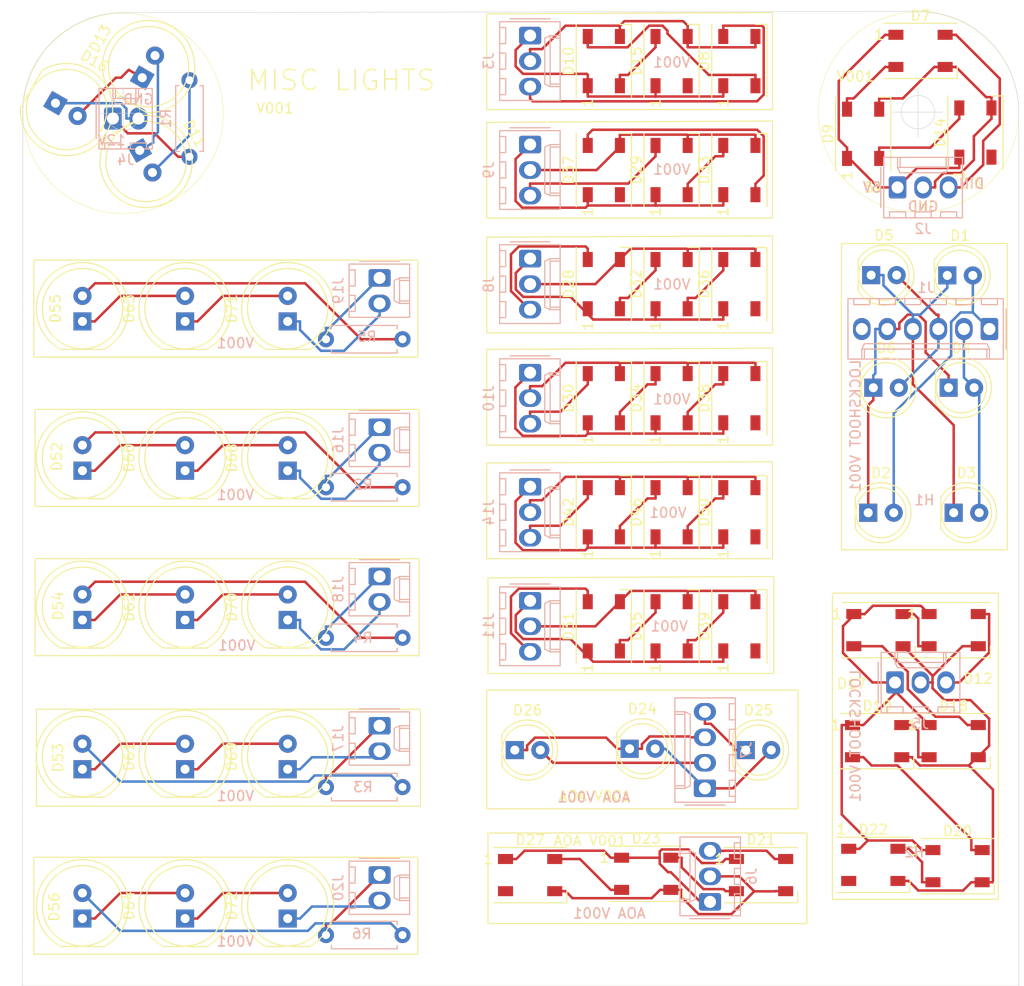
<source format=kicad_pcb>
(kicad_pcb (version 20171130) (host pcbnew "(5.1.5-0-10_14)")
  (layers (0 F.Cu signal) (31 B.Cu signal) (34 B.Paste user) (35 F.Paste user) (36 B.SilkS user) (37 F.SilkS user) (38 B.Mask user) (39 F.Mask user) (44 Edge.Cuts user))
  (net 0 "")
  (net 1 /Col1)
  (net 2 /Row1)
  (net 3 /Row2)
  (net 4 /Col2)
  (net 5 /Col3)
  (net 6 "Net-(D10-Pad2)")
  (net 7 "Net-(D11-Pad2)")
  (net 8 /LOCKSHOOT_2812_+5V)
  (net 9 /LOCKSHOOT_IN)
  (net 10 /LOCKSHOOT_2812_GND)
  (net 11 "Net-(D17-Pad2)")
  (net 12 "Net-(D18-Pad2)")
  (net 13 /FLOOD_2812_+5V)
  (net 14 "Net-(D7-Pad2)")
  (net 15 /FLOOD_2812_IN)
  (net 16 /FLOOD_2812_GND)
  (net 17 "Net-(D11-Pad1)")
  (net 18 /AOA_2812_+5V)
  (net 19 /AOA_2812_IN)
  (net 20 /AOA_2812_GND)
  (net 21 "Net-(D20-Pad2)")
  (net 22 /AOA_COL1)
  (net 23 /AOA_ROW1)
  (net 24 /AOA_ROW2)
  (net 25 /AOA_COL2)
  (net 26 "Net-(D28-Pad1)")
  (net 27 "Net-(D28-Pad2)")
  (net 28 "Net-(D28-Pad4)")
  (net 29 "Net-(D28-Pad3)")
  (net 30 "Net-(D29-Pad1)")
  (net 31 "Net-(D29-Pad2)")
  (net 32 "Net-(D29-Pad4)")
  (net 33 "Net-(D29-Pad3)")
  (net 34 "Net-(D30-Pad1)")
  (net 35 "Net-(D30-Pad2)")
  (net 36 "Net-(D30-Pad4)")
  (net 37 "Net-(D30-Pad3)")
  (net 38 "Net-(D31-Pad1)")
  (net 39 "Net-(D31-Pad2)")
  (net 40 "Net-(D31-Pad4)")
  (net 41 "Net-(D31-Pad3)")
  (net 42 "Net-(D32-Pad2)")
  (net 43 "Net-(D33-Pad2)")
  (net 44 "Net-(D34-Pad2)")
  (net 45 "Net-(D35-Pad2)")
  (net 46 "Net-(D42-Pad1)")
  (net 47 "Net-(D42-Pad2)")
  (net 48 "Net-(D42-Pad4)")
  (net 49 "Net-(D42-Pad3)")
  (net 50 "Net-(D46-Pad2)")
  (net 51 "Net-(D10-Pad1)")
  (net 52 "Net-(D10-Pad4)")
  (net 53 "Net-(D8-Pad4)")
  (net 54 "Net-(D10-Pad3)")
  (net 55 "Net-(D14-Pad4)")
  (net 56 "Net-(D12-Pad2)")
  (net 57 "Net-(D13-Pad1)")
  (net 58 "Net-(D19-Pad2)")
  (net 59 "Net-(D21-Pad2)")
  (net 60 "Net-(D23-Pad2)")
  (net 61 "Net-(D52-Pad2)")
  (net 62 "Net-(D52-Pad1)")
  (net 63 "Net-(D53-Pad2)")
  (net 64 "Net-(D53-Pad1)")
  (net 65 "Net-(D54-Pad2)")
  (net 66 "Net-(D54-Pad1)")
  (net 67 "Net-(D55-Pad2)")
  (net 68 "Net-(D55-Pad1)")
  (net 69 "Net-(D56-Pad2)")
  (net 70 "Net-(D56-Pad1)")
  (net 71 "Net-(D60-Pad1)")
  (net 72 "Net-(D61-Pad1)")
  (net 73 "Net-(D62-Pad1)")
  (net 74 "Net-(D63-Pad1)")
  (net 75 "Net-(D64-Pad1)")
  (net 76 "Net-(D68-Pad1)")
  (net 77 "Net-(D69-Pad1)")
  (net 78 "Net-(D70-Pad1)")
  (net 79 "Net-(D71-Pad1)")
  (net 80 "Net-(D72-Pad1)")
  (net 81 "Net-(J16-Pad1)")
  (net 82 "Net-(J17-Pad1)")
  (net 83 "Net-(J18-Pad1)")
  (net 84 "Net-(J19-Pad1)")
  (net 85 "Net-(J20-Pad1)")
  (net 86 /CHART_GND)
  (net 87 /CHART_5V)
  (module PT_Library_v001:R_Axial_DIN0207_L6.3mm_D2.5mm_P7.62mm_Horizontal (layer B.Cu) (at 183.134 124.968 180)
    (fp_text reference R6 (at 4.064 0.127) (layer B.SilkS) (effects (justify mirror)))
    (fp_text value R_US)
    (pad 2 thru_hole oval (at 7.62 0 180) (size 1.6 1.6) (drill 0.8) (layers *.Cu *.Mask) (net 85 "Net-(J20-Pad1)"))
    (pad 1 thru_hole circle (at 0 0 180) (size 1.6 1.6) (drill 0.8) (layers *.Cu *.Mask) (net 69 "Net-(D56-Pad2)"))
  )
  (module PT_Library_v001:R_Axial_DIN0207_L6.3mm_D2.5mm_P7.62mm_Horizontal (layer B.Cu) (at 183.134 65.659 180)
    (fp_text reference R5 (at 3.556 0.254) (layer B.SilkS) (effects (justify mirror)))
    (fp_text value R_US)
    (pad 2 thru_hole oval (at 7.62 0 180) (size 1.6 1.6) (drill 0.8) (layers *.Cu *.Mask) (net 84 "Net-(J19-Pad1)"))
    (pad 1 thru_hole circle (at 0 0 180) (size 1.6 1.6) (drill 0.8) (layers *.Cu *.Mask) (net 67 "Net-(D55-Pad2)"))
  )
  (module PT_Library_v001:R_Axial_DIN0207_L6.3mm_D2.5mm_P7.62mm_Horizontal (layer B.Cu) (at 183.134 95.377 180)
    (fp_text reference R4 (at 3.937 0) (layer B.SilkS) (effects (justify mirror)))
    (fp_text value R_US)
    (pad 2 thru_hole oval (at 7.62 0 180) (size 1.6 1.6) (drill 0.8) (layers *.Cu *.Mask) (net 83 "Net-(J18-Pad1)"))
    (pad 1 thru_hole circle (at 0 0 180) (size 1.6 1.6) (drill 0.8) (layers *.Cu *.Mask) (net 65 "Net-(D54-Pad2)"))
  )
  (module PT_Library_v001:R_Axial_DIN0207_L6.3mm_D2.5mm_P7.62mm_Horizontal (layer B.Cu) (at 183.134 110.236 180)
    (fp_text reference R3 (at 3.937 0) (layer B.SilkS) (effects (justify mirror)))
    (fp_text value R_US)
    (pad 2 thru_hole oval (at 7.62 0 180) (size 1.6 1.6) (drill 0.8) (layers *.Cu *.Mask) (net 82 "Net-(J17-Pad1)"))
    (pad 1 thru_hole circle (at 0 0 180) (size 1.6 1.6) (drill 0.8) (layers *.Cu *.Mask) (net 63 "Net-(D53-Pad2)"))
  )
  (module PT_Library_v001:R_Axial_DIN0207_L6.3mm_D2.5mm_P7.62mm_Horizontal (layer B.Cu) (at 183.134 80.391 180)
    (fp_text reference R2 (at 3.937 0.254) (layer B.SilkS) (effects (justify mirror)))
    (fp_text value R_US)
    (pad 2 thru_hole oval (at 7.62 0 180) (size 1.6 1.6) (drill 0.8) (layers *.Cu *.Mask) (net 81 "Net-(J16-Pad1)"))
    (pad 1 thru_hole circle (at 0 0 180) (size 1.6 1.6) (drill 0.8) (layers *.Cu *.Mask) (net 61 "Net-(D52-Pad2)"))
  )
  (module PT_Library_v001:R_Axial_DIN0207_L6.3mm_D2.5mm_P7.62mm_Horizontal (layer B.Cu) (at 161.925 39.878 270)
    (fp_text reference R1 (at 3.81 2.37 90) (layer B.SilkS) (effects (justify mirror)))
    (fp_text value R_US)
    (pad 2 thru_hole oval (at 7.62 0 270) (size 1.6 1.6) (drill 0.8) (layers *.Cu *.Mask) (net 87 /CHART_5V))
    (pad 1 thru_hole circle (at 0 0 270) (size 1.6 1.6) (drill 0.8) (layers *.Cu *.Mask) (net 7 "Net-(D11-Pad2)"))
  )
  (module MountingHole:MountingHole_3.2mm_M3 (layer B.Cu) (at 234.061 112.522)
    (fp_text reference H2 (at 0 4.2) (layer B.SilkS) (effects (justify mirror)))
    (fp_text value MountingHole)
    (pad 1 np_thru_hole circle (at 0 0) (size 3.2 3.2) (drill 3.2) (layers *.Cu *.Mask))
  )
  (module MountingHole:MountingHole_3.2mm_M3 (layer B.Cu) (at 235.077 77.47)
    (fp_text reference H1 (at 0 4.2) (layer B.SilkS) (effects (justify mirror)))
    (fp_text value MountingHole)
    (pad 1 np_thru_hole circle (at 0 0) (size 3.2 3.2) (drill 3.2) (layers *.Cu *.Mask))
  )
  (module PT_Library_v001:Molex_1x02_P2.54mm_Vertical (layer B.Cu) (at 180.848 118.992 270)
    (fp_text reference J20 (at 1.27 4.12 270) (layer B.SilkS) (effects (justify mirror)))
    (fp_text value Conn_01x02_Female)
    (pad 2 thru_hole oval (at 2.54 0 270) (size 1.74 2.2) (drill 1.2) (layers *.Cu *.Mask) (net 80 "Net-(D72-Pad1)"))
    (pad 1 thru_hole roundrect (at 0 0 270) (size 1.74 2.2) (drill 1.2) (layers *.Cu *.Mask) (roundrect_rratio 0.143678) (net 85 "Net-(J20-Pad1)"))
  )
  (module PT_Library_v001:Molex_1x02_P2.54mm_Vertical (layer B.Cu) (at 180.848 59.556 270)
    (fp_text reference J19 (at 1.27 4.12 270) (layer B.SilkS) (effects (justify mirror)))
    (fp_text value Conn_01x02_Female)
    (pad 2 thru_hole oval (at 2.54 0 270) (size 1.74 2.2) (drill 1.2) (layers *.Cu *.Mask) (net 79 "Net-(D71-Pad1)"))
    (pad 1 thru_hole roundrect (at 0 0 270) (size 1.74 2.2) (drill 1.2) (layers *.Cu *.Mask) (roundrect_rratio 0.143678) (net 84 "Net-(J19-Pad1)"))
  )
  (module PT_Library_v001:Molex_1x02_P2.54mm_Vertical (layer B.Cu) (at 180.848 89.274 270)
    (fp_text reference J18 (at 1.27 4.12 270) (layer B.SilkS) (effects (justify mirror)))
    (fp_text value Conn_01x02_Female)
    (pad 2 thru_hole oval (at 2.54 0 270) (size 1.74 2.2) (drill 1.2) (layers *.Cu *.Mask) (net 78 "Net-(D70-Pad1)"))
    (pad 1 thru_hole roundrect (at 0 0 270) (size 1.74 2.2) (drill 1.2) (layers *.Cu *.Mask) (roundrect_rratio 0.143678) (net 83 "Net-(J18-Pad1)"))
  )
  (module PT_Library_v001:Molex_1x02_P2.54mm_Vertical (layer B.Cu) (at 180.848 104.133 270)
    (fp_text reference J17 (at 1.27 4.12 270) (layer B.SilkS) (effects (justify mirror)))
    (fp_text value Conn_01x02_Female)
    (pad 2 thru_hole oval (at 2.54 0 270) (size 1.74 2.2) (drill 1.2) (layers *.Cu *.Mask) (net 77 "Net-(D69-Pad1)"))
    (pad 1 thru_hole roundrect (at 0 0 270) (size 1.74 2.2) (drill 1.2) (layers *.Cu *.Mask) (roundrect_rratio 0.143678) (net 82 "Net-(J17-Pad1)"))
  )
  (module PT_Library_v001:Molex_1x02_P2.54mm_Vertical (layer B.Cu) (at 180.848 74.415 270)
    (fp_text reference J16 (at 1.27 4.12 270) (layer B.SilkS) (effects (justify mirror)))
    (fp_text value Conn_01x02_Female)
    (pad 2 thru_hole oval (at 2.54 0 270) (size 1.74 2.2) (drill 1.2) (layers *.Cu *.Mask) (net 76 "Net-(D68-Pad1)"))
    (pad 1 thru_hole roundrect (at 0 0 270) (size 1.74 2.2) (drill 1.2) (layers *.Cu *.Mask) (roundrect_rratio 0.143678) (net 81 "Net-(J16-Pad1)"))
  )
  (module LED_THT:LED_D8.0mm (layer F.Cu) (at 171.704 123.322 90)
    (fp_text reference D72 (at 1.27 -5.56 90) (layer F.SilkS))
    (fp_text value LED)
    (pad 2 thru_hole circle (at 2.54 0 90) (size 1.8 1.8) (drill 0.9) (layers *.Cu *.Mask) (net 75 "Net-(D64-Pad1)"))
    (pad 1 thru_hole rect (at 0 0 90) (size 1.8 1.8) (drill 0.9) (layers *.Cu *.Mask) (net 80 "Net-(D72-Pad1)"))
  )
  (module LED_THT:LED_D8.0mm (layer F.Cu) (at 171.704 63.886 90)
    (fp_text reference D71 (at 1.27 -5.56 90) (layer F.SilkS))
    (fp_text value LED)
    (pad 2 thru_hole circle (at 2.54 0 90) (size 1.8 1.8) (drill 0.9) (layers *.Cu *.Mask) (net 74 "Net-(D63-Pad1)"))
    (pad 1 thru_hole rect (at 0 0 90) (size 1.8 1.8) (drill 0.9) (layers *.Cu *.Mask) (net 79 "Net-(D71-Pad1)"))
  )
  (module LED_THT:LED_D8.0mm (layer F.Cu) (at 171.704 93.604 90)
    (fp_text reference D70 (at 1.27 -5.56 90) (layer F.SilkS))
    (fp_text value LED)
    (pad 2 thru_hole circle (at 2.54 0 90) (size 1.8 1.8) (drill 0.9) (layers *.Cu *.Mask) (net 73 "Net-(D62-Pad1)"))
    (pad 1 thru_hole rect (at 0 0 90) (size 1.8 1.8) (drill 0.9) (layers *.Cu *.Mask) (net 78 "Net-(D70-Pad1)"))
  )
  (module LED_THT:LED_D8.0mm (layer F.Cu) (at 171.704 108.463 90)
    (fp_text reference D69 (at 1.27 -5.56 90) (layer F.SilkS))
    (fp_text value LED)
    (pad 2 thru_hole circle (at 2.54 0 90) (size 1.8 1.8) (drill 0.9) (layers *.Cu *.Mask) (net 72 "Net-(D61-Pad1)"))
    (pad 1 thru_hole rect (at 0 0 90) (size 1.8 1.8) (drill 0.9) (layers *.Cu *.Mask) (net 77 "Net-(D69-Pad1)"))
  )
  (module LED_THT:LED_D8.0mm (layer F.Cu) (at 171.704 78.745 90)
    (fp_text reference D68 (at 1.27 -5.56 90) (layer F.SilkS))
    (fp_text value LED)
    (pad 2 thru_hole circle (at 2.54 0 90) (size 1.8 1.8) (drill 0.9) (layers *.Cu *.Mask) (net 71 "Net-(D60-Pad1)"))
    (pad 1 thru_hole rect (at 0 0 90) (size 1.8 1.8) (drill 0.9) (layers *.Cu *.Mask) (net 76 "Net-(D68-Pad1)"))
  )
  (module LED_THT:LED_D8.0mm (layer F.Cu) (at 161.488 123.322 90)
    (fp_text reference D64 (at 1.27 -5.56 90) (layer F.SilkS))
    (fp_text value LED)
    (pad 2 thru_hole circle (at 2.54 0 90) (size 1.8 1.8) (drill 0.9) (layers *.Cu *.Mask) (net 70 "Net-(D56-Pad1)"))
    (pad 1 thru_hole rect (at 0 0 90) (size 1.8 1.8) (drill 0.9) (layers *.Cu *.Mask) (net 75 "Net-(D64-Pad1)"))
  )
  (module LED_THT:LED_D8.0mm (layer F.Cu) (at 161.488 63.886 90)
    (fp_text reference D63 (at 1.27 -5.56 90) (layer F.SilkS))
    (fp_text value LED)
    (pad 2 thru_hole circle (at 2.54 0 90) (size 1.8 1.8) (drill 0.9) (layers *.Cu *.Mask) (net 68 "Net-(D55-Pad1)"))
    (pad 1 thru_hole rect (at 0 0 90) (size 1.8 1.8) (drill 0.9) (layers *.Cu *.Mask) (net 74 "Net-(D63-Pad1)"))
  )
  (module LED_THT:LED_D8.0mm (layer F.Cu) (at 161.488 93.604 90)
    (fp_text reference D62 (at 1.27 -5.56 90) (layer F.SilkS))
    (fp_text value LED)
    (pad 2 thru_hole circle (at 2.54 0 90) (size 1.8 1.8) (drill 0.9) (layers *.Cu *.Mask) (net 66 "Net-(D54-Pad1)"))
    (pad 1 thru_hole rect (at 0 0 90) (size 1.8 1.8) (drill 0.9) (layers *.Cu *.Mask) (net 73 "Net-(D62-Pad1)"))
  )
  (module LED_THT:LED_D8.0mm (layer F.Cu) (at 161.488 108.463 90)
    (fp_text reference D61 (at 1.27 -5.56 90) (layer F.SilkS))
    (fp_text value LED)
    (pad 2 thru_hole circle (at 2.54 0 90) (size 1.8 1.8) (drill 0.9) (layers *.Cu *.Mask) (net 64 "Net-(D53-Pad1)"))
    (pad 1 thru_hole rect (at 0 0 90) (size 1.8 1.8) (drill 0.9) (layers *.Cu *.Mask) (net 72 "Net-(D61-Pad1)"))
  )
  (module LED_THT:LED_D8.0mm (layer F.Cu) (at 161.488 78.745 90)
    (fp_text reference D60 (at 1.27 -5.56 90) (layer F.SilkS))
    (fp_text value LED)
    (pad 2 thru_hole circle (at 2.54 0 90) (size 1.8 1.8) (drill 0.9) (layers *.Cu *.Mask) (net 62 "Net-(D52-Pad1)"))
    (pad 1 thru_hole rect (at 0 0 90) (size 1.8 1.8) (drill 0.9) (layers *.Cu *.Mask) (net 71 "Net-(D60-Pad1)"))
  )
  (module LED_THT:LED_D8.0mm (layer F.Cu) (at 151.273 123.322 90)
    (fp_text reference D56 (at 1.148 -2.81 90) (layer F.SilkS))
    (fp_text value LED)
    (pad 2 thru_hole circle (at 2.54 0 90) (size 1.8 1.8) (drill 0.9) (layers *.Cu *.Mask) (net 69 "Net-(D56-Pad2)"))
    (pad 1 thru_hole rect (at 0 0 90) (size 1.8 1.8) (drill 0.9) (layers *.Cu *.Mask) (net 70 "Net-(D56-Pad1)"))
  )
  (module LED_THT:LED_D8.0mm (layer F.Cu) (at 151.273 63.886 90)
    (fp_text reference D55 (at 1.275 -2.683 90) (layer F.SilkS))
    (fp_text value LED)
    (pad 2 thru_hole circle (at 2.54 0 90) (size 1.8 1.8) (drill 0.9) (layers *.Cu *.Mask) (net 67 "Net-(D55-Pad2)"))
    (pad 1 thru_hole rect (at 0 0 90) (size 1.8 1.8) (drill 0.9) (layers *.Cu *.Mask) (net 68 "Net-(D55-Pad1)"))
  )
  (module LED_THT:LED_D8.0mm (layer F.Cu) (at 151.273 93.604 90)
    (fp_text reference D54 (at 1.402 -2.429 90) (layer F.SilkS))
    (fp_text value LED)
    (pad 2 thru_hole circle (at 2.54 0 90) (size 1.8 1.8) (drill 0.9) (layers *.Cu *.Mask) (net 65 "Net-(D54-Pad2)"))
    (pad 1 thru_hole rect (at 0 0 90) (size 1.8 1.8) (drill 0.9) (layers *.Cu *.Mask) (net 66 "Net-(D54-Pad1)"))
  )
  (module LED_THT:LED_D8.0mm (layer F.Cu) (at 151.273 108.463 90)
    (fp_text reference D53 (at 1.148 -2.429 90) (layer F.SilkS))
    (fp_text value LED)
    (pad 2 thru_hole circle (at 2.54 0 90) (size 1.8 1.8) (drill 0.9) (layers *.Cu *.Mask) (net 63 "Net-(D53-Pad2)"))
    (pad 1 thru_hole rect (at 0 0 90) (size 1.8 1.8) (drill 0.9) (layers *.Cu *.Mask) (net 64 "Net-(D53-Pad1)"))
  )
  (module LED_THT:LED_D8.0mm (layer F.Cu) (at 151.273 78.745 90)
    (fp_text reference D52 (at 1.402 -2.556 90) (layer F.SilkS))
    (fp_text value LED)
    (pad 2 thru_hole circle (at 2.54 0 90) (size 1.8 1.8) (drill 0.9) (layers *.Cu *.Mask) (net 61 "Net-(D52-Pad2)"))
    (pad 1 thru_hole rect (at 0 0 90) (size 1.8 1.8) (drill 0.9) (layers *.Cu *.Mask) (net 62 "Net-(D52-Pad1)"))
  )
  (module PT_Library_v001:Molex_1x03_P2.54mm_Vertical (layer B.Cu) (at 195.834 80.3402 270)
    (fp_text reference J14 (at 2.54 4.12 270) (layer B.SilkS) (effects (justify mirror)))
    (fp_text value Conn_01x03_Female)
    (pad 3 thru_hole oval (at 5.08 0 270) (size 1.74 2.2) (drill 1.2) (layers *.Cu *.Mask) (net 48 "Net-(D42-Pad4)"))
    (pad 2 thru_hole oval (at 2.54 0 270) (size 1.74 2.2) (drill 1.2) (layers *.Cu *.Mask) (net 49 "Net-(D42-Pad3)"))
    (pad 1 thru_hole roundrect (at 0 0 270) (size 1.74 2.2) (drill 1.2) (layers *.Cu *.Mask) (roundrect_rratio 0.143678) (net 46 "Net-(D42-Pad1)"))
  )
  (module PT_Library_v001:Molex_1x03_P2.54mm_Vertical (layer B.Cu) (at 195.834 91.694 270)
    (fp_text reference J11 (at 2.54 4.12 270) (layer B.SilkS) (effects (justify mirror)))
    (fp_text value Conn_01x03_Female)
    (pad 3 thru_hole oval (at 5.08 0 270) (size 1.74 2.2) (drill 1.2) (layers *.Cu *.Mask) (net 40 "Net-(D31-Pad4)"))
    (pad 2 thru_hole oval (at 2.54 0 270) (size 1.74 2.2) (drill 1.2) (layers *.Cu *.Mask) (net 41 "Net-(D31-Pad3)"))
    (pad 1 thru_hole roundrect (at 0 0 270) (size 1.74 2.2) (drill 1.2) (layers *.Cu *.Mask) (roundrect_rratio 0.143678) (net 38 "Net-(D31-Pad1)"))
  )
  (module PT_Library_v001:Molex_1x03_P2.54mm_Vertical (layer B.Cu) (at 195.834 68.9864 270)
    (fp_text reference J10 (at 2.54 4.12 270) (layer B.SilkS) (effects (justify mirror)))
    (fp_text value Conn_01x03_Female)
    (pad 3 thru_hole oval (at 5.08 0 270) (size 1.74 2.2) (drill 1.2) (layers *.Cu *.Mask) (net 36 "Net-(D30-Pad4)"))
    (pad 2 thru_hole oval (at 2.54 0 270) (size 1.74 2.2) (drill 1.2) (layers *.Cu *.Mask) (net 37 "Net-(D30-Pad3)"))
    (pad 1 thru_hole roundrect (at 0 0 270) (size 1.74 2.2) (drill 1.2) (layers *.Cu *.Mask) (roundrect_rratio 0.143678) (net 34 "Net-(D30-Pad1)"))
  )
  (module PT_Library_v001:Molex_1x03_P2.54mm_Vertical (layer B.Cu) (at 195.834 46.2788 270)
    (fp_text reference J9 (at 2.54 4.12 270) (layer B.SilkS) (effects (justify mirror)))
    (fp_text value Conn_01x03_Female)
    (pad 3 thru_hole oval (at 5.08 0 270) (size 1.74 2.2) (drill 1.2) (layers *.Cu *.Mask) (net 32 "Net-(D29-Pad4)"))
    (pad 2 thru_hole oval (at 2.54 0 270) (size 1.74 2.2) (drill 1.2) (layers *.Cu *.Mask) (net 33 "Net-(D29-Pad3)"))
    (pad 1 thru_hole roundrect (at 0 0 270) (size 1.74 2.2) (drill 1.2) (layers *.Cu *.Mask) (roundrect_rratio 0.143678) (net 30 "Net-(D29-Pad1)"))
  )
  (module PT_Library_v001:Molex_1x03_P2.54mm_Vertical (layer B.Cu) (at 195.834 57.6326 270)
    (fp_text reference J8 (at 2.54 4.12 270) (layer B.SilkS) (effects (justify mirror)))
    (fp_text value Conn_01x03_Female)
    (pad 3 thru_hole oval (at 5.08 0 270) (size 1.74 2.2) (drill 1.2) (layers *.Cu *.Mask) (net 28 "Net-(D28-Pad4)"))
    (pad 2 thru_hole oval (at 2.54 0 270) (size 1.74 2.2) (drill 1.2) (layers *.Cu *.Mask) (net 29 "Net-(D28-Pad3)"))
    (pad 1 thru_hole roundrect (at 0 0 270) (size 1.74 2.2) (drill 1.2) (layers *.Cu *.Mask) (roundrect_rratio 0.143678) (net 26 "Net-(D28-Pad1)"))
  )
  (module LED_SMD:LED_WS2812B_PLCC4_5.0x5.0mm_P3.2mm (layer F.Cu) (at 216.662 82.8802 90)
    (fp_text reference D50 (at 0 -3.5 90) (layer F.SilkS))
    (fp_text value WS2812B)
    (fp_text user 1 (at -4.15 -1.6 90) (layer F.SilkS))
    (pad 1 smd rect (at -2.45 -1.6 90) (size 1.5 1) (layers F.Cu F.Paste F.Mask) (net 46 "Net-(D42-Pad1)"))
    (pad 2 smd rect (at -2.45 1.6 90) (size 1.5 1) (layers F.Cu F.Paste F.Mask))
    (pad 4 smd rect (at 2.45 -1.6 90) (size 1.5 1) (layers F.Cu F.Paste F.Mask) (net 50 "Net-(D46-Pad2)"))
    (pad 3 smd rect (at 2.45 1.6 90) (size 1.5 1) (layers F.Cu F.Paste F.Mask) (net 49 "Net-(D42-Pad3)"))
  )
  (module LED_SMD:LED_WS2812B_PLCC4_5.0x5.0mm_P3.2mm (layer F.Cu) (at 209.918 82.8802 90)
    (fp_text reference D46 (at 0 -3.5 90) (layer F.SilkS))
    (fp_text value WS2812B)
    (fp_text user 1 (at -4.15 -1.6 90) (layer F.SilkS))
    (pad 1 smd rect (at -2.45 -1.6 90) (size 1.5 1) (layers F.Cu F.Paste F.Mask) (net 46 "Net-(D42-Pad1)"))
    (pad 2 smd rect (at -2.45 1.6 90) (size 1.5 1) (layers F.Cu F.Paste F.Mask) (net 50 "Net-(D46-Pad2)"))
    (pad 4 smd rect (at 2.45 -1.6 90) (size 1.5 1) (layers F.Cu F.Paste F.Mask) (net 47 "Net-(D42-Pad2)"))
    (pad 3 smd rect (at 2.45 1.6 90) (size 1.5 1) (layers F.Cu F.Paste F.Mask) (net 49 "Net-(D42-Pad3)"))
  )
  (module LED_SMD:LED_WS2812B_PLCC4_5.0x5.0mm_P3.2mm (layer F.Cu) (at 203.173 82.8802 90)
    (fp_text reference D42 (at 0 -3.5 90) (layer F.SilkS))
    (fp_text value WS2812B)
    (fp_text user 1 (at -4.15 -1.6 90) (layer F.SilkS))
    (pad 1 smd rect (at -2.45 -1.6 90) (size 1.5 1) (layers F.Cu F.Paste F.Mask) (net 46 "Net-(D42-Pad1)"))
    (pad 2 smd rect (at -2.45 1.6 90) (size 1.5 1) (layers F.Cu F.Paste F.Mask) (net 47 "Net-(D42-Pad2)"))
    (pad 4 smd rect (at 2.45 -1.6 90) (size 1.5 1) (layers F.Cu F.Paste F.Mask) (net 48 "Net-(D42-Pad4)"))
    (pad 3 smd rect (at 2.45 1.6 90) (size 1.5 1) (layers F.Cu F.Paste F.Mask) (net 49 "Net-(D42-Pad3)"))
  )
  (module LED_SMD:LED_WS2812B_PLCC4_5.0x5.0mm_P3.2mm (layer F.Cu) (at 216.662 94.234 90)
    (fp_text reference D39 (at 0 -3.5 90) (layer F.SilkS))
    (fp_text value WS2812B)
    (fp_text user 1 (at -4.15 -1.6 90) (layer F.SilkS))
    (pad 1 smd rect (at -2.45 -1.6 90) (size 1.5 1) (layers F.Cu F.Paste F.Mask) (net 38 "Net-(D31-Pad1)"))
    (pad 2 smd rect (at -2.45 1.6 90) (size 1.5 1) (layers F.Cu F.Paste F.Mask))
    (pad 4 smd rect (at 2.45 -1.6 90) (size 1.5 1) (layers F.Cu F.Paste F.Mask) (net 45 "Net-(D35-Pad2)"))
    (pad 3 smd rect (at 2.45 1.6 90) (size 1.5 1) (layers F.Cu F.Paste F.Mask) (net 41 "Net-(D31-Pad3)"))
  )
  (module LED_SMD:LED_WS2812B_PLCC4_5.0x5.0mm_P3.2mm (layer F.Cu) (at 216.662 71.5264 90)
    (fp_text reference D38 (at 0 -3.5 90) (layer F.SilkS))
    (fp_text value WS2812B)
    (fp_text user 1 (at -4.15 -1.6 90) (layer F.SilkS))
    (pad 1 smd rect (at -2.45 -1.6 90) (size 1.5 1) (layers F.Cu F.Paste F.Mask) (net 34 "Net-(D30-Pad1)"))
    (pad 2 smd rect (at -2.45 1.6 90) (size 1.5 1) (layers F.Cu F.Paste F.Mask))
    (pad 4 smd rect (at 2.45 -1.6 90) (size 1.5 1) (layers F.Cu F.Paste F.Mask) (net 44 "Net-(D34-Pad2)"))
    (pad 3 smd rect (at 2.45 1.6 90) (size 1.5 1) (layers F.Cu F.Paste F.Mask) (net 37 "Net-(D30-Pad3)"))
  )
  (module LED_SMD:LED_WS2812B_PLCC4_5.0x5.0mm_P3.2mm (layer F.Cu) (at 203.173 48.8188 90)
    (fp_text reference D37 (at 0 -3.5 90) (layer F.SilkS))
    (fp_text value WS2812B)
    (fp_text user 1 (at -4.15 -1.6 90) (layer F.SilkS))
    (pad 1 smd rect (at -2.45 -1.6 90) (size 1.5 1) (layers F.Cu F.Paste F.Mask) (net 30 "Net-(D29-Pad1)"))
    (pad 2 smd rect (at -2.45 1.6 90) (size 1.5 1) (layers F.Cu F.Paste F.Mask))
    (pad 4 smd rect (at 2.45 -1.6 90) (size 1.5 1) (layers F.Cu F.Paste F.Mask) (net 43 "Net-(D33-Pad2)"))
    (pad 3 smd rect (at 2.45 1.6 90) (size 1.5 1) (layers F.Cu F.Paste F.Mask) (net 33 "Net-(D29-Pad3)"))
  )
  (module LED_SMD:LED_WS2812B_PLCC4_5.0x5.0mm_P3.2mm (layer F.Cu) (at 216.662 60.1726 90)
    (fp_text reference D36 (at 0 -3.5 90) (layer F.SilkS))
    (fp_text value WS2812B)
    (fp_text user 1 (at -4.15 -1.6 90) (layer F.SilkS))
    (pad 1 smd rect (at -2.45 -1.6 90) (size 1.5 1) (layers F.Cu F.Paste F.Mask) (net 26 "Net-(D28-Pad1)"))
    (pad 2 smd rect (at -2.45 1.6 90) (size 1.5 1) (layers F.Cu F.Paste F.Mask))
    (pad 4 smd rect (at 2.45 -1.6 90) (size 1.5 1) (layers F.Cu F.Paste F.Mask) (net 42 "Net-(D32-Pad2)"))
    (pad 3 smd rect (at 2.45 1.6 90) (size 1.5 1) (layers F.Cu F.Paste F.Mask) (net 29 "Net-(D28-Pad3)"))
  )
  (module LED_SMD:LED_WS2812B_PLCC4_5.0x5.0mm_P3.2mm (layer F.Cu) (at 209.918 94.234 90)
    (fp_text reference D35 (at 0 -3.5 90) (layer F.SilkS))
    (fp_text value WS2812B)
    (fp_text user 1 (at -4.15 -1.6 90) (layer F.SilkS))
    (pad 1 smd rect (at -2.45 -1.6 90) (size 1.5 1) (layers F.Cu F.Paste F.Mask) (net 38 "Net-(D31-Pad1)"))
    (pad 2 smd rect (at -2.45 1.6 90) (size 1.5 1) (layers F.Cu F.Paste F.Mask) (net 45 "Net-(D35-Pad2)"))
    (pad 4 smd rect (at 2.45 -1.6 90) (size 1.5 1) (layers F.Cu F.Paste F.Mask) (net 39 "Net-(D31-Pad2)"))
    (pad 3 smd rect (at 2.45 1.6 90) (size 1.5 1) (layers F.Cu F.Paste F.Mask) (net 41 "Net-(D31-Pad3)"))
  )
  (module LED_SMD:LED_WS2812B_PLCC4_5.0x5.0mm_P3.2mm (layer F.Cu) (at 209.918 71.5264 90)
    (fp_text reference D34 (at 0 -3.5 90) (layer F.SilkS))
    (fp_text value WS2812B)
    (fp_text user 1 (at -4.15 -1.6 90) (layer F.SilkS))
    (pad 1 smd rect (at -2.45 -1.6 90) (size 1.5 1) (layers F.Cu F.Paste F.Mask) (net 34 "Net-(D30-Pad1)"))
    (pad 2 smd rect (at -2.45 1.6 90) (size 1.5 1) (layers F.Cu F.Paste F.Mask) (net 44 "Net-(D34-Pad2)"))
    (pad 4 smd rect (at 2.45 -1.6 90) (size 1.5 1) (layers F.Cu F.Paste F.Mask) (net 35 "Net-(D30-Pad2)"))
    (pad 3 smd rect (at 2.45 1.6 90) (size 1.5 1) (layers F.Cu F.Paste F.Mask) (net 37 "Net-(D30-Pad3)"))
  )
  (module LED_SMD:LED_WS2812B_PLCC4_5.0x5.0mm_P3.2mm (layer F.Cu) (at 216.662 48.8188 90)
    (fp_text reference D33 (at 0 -3.5 90) (layer F.SilkS))
    (fp_text value WS2812B)
    (fp_text user 1 (at -4.15 -1.6 90) (layer F.SilkS))
    (pad 1 smd rect (at -2.45 -1.6 90) (size 1.5 1) (layers F.Cu F.Paste F.Mask) (net 30 "Net-(D29-Pad1)"))
    (pad 2 smd rect (at -2.45 1.6 90) (size 1.5 1) (layers F.Cu F.Paste F.Mask) (net 43 "Net-(D33-Pad2)"))
    (pad 4 smd rect (at 2.45 -1.6 90) (size 1.5 1) (layers F.Cu F.Paste F.Mask) (net 31 "Net-(D29-Pad2)"))
    (pad 3 smd rect (at 2.45 1.6 90) (size 1.5 1) (layers F.Cu F.Paste F.Mask) (net 33 "Net-(D29-Pad3)"))
  )
  (module LED_SMD:LED_WS2812B_PLCC4_5.0x5.0mm_P3.2mm (layer F.Cu) (at 209.918 60.1726 90)
    (fp_text reference D32 (at 0 -3.5 90) (layer F.SilkS))
    (fp_text value WS2812B)
    (fp_text user 1 (at -4.15 -1.6 90) (layer F.SilkS))
    (pad 1 smd rect (at -2.45 -1.6 90) (size 1.5 1) (layers F.Cu F.Paste F.Mask) (net 26 "Net-(D28-Pad1)"))
    (pad 2 smd rect (at -2.45 1.6 90) (size 1.5 1) (layers F.Cu F.Paste F.Mask) (net 42 "Net-(D32-Pad2)"))
    (pad 4 smd rect (at 2.45 -1.6 90) (size 1.5 1) (layers F.Cu F.Paste F.Mask) (net 27 "Net-(D28-Pad2)"))
    (pad 3 smd rect (at 2.45 1.6 90) (size 1.5 1) (layers F.Cu F.Paste F.Mask) (net 29 "Net-(D28-Pad3)"))
  )
  (module LED_SMD:LED_WS2812B_PLCC4_5.0x5.0mm_P3.2mm (layer F.Cu) (at 203.173 94.234 90)
    (fp_text reference D31 (at 0 -3.5 90) (layer F.SilkS))
    (fp_text value WS2812B)
    (fp_text user 1 (at -4.15 -1.6 90) (layer F.SilkS))
    (pad 1 smd rect (at -2.45 -1.6 90) (size 1.5 1) (layers F.Cu F.Paste F.Mask) (net 38 "Net-(D31-Pad1)"))
    (pad 2 smd rect (at -2.45 1.6 90) (size 1.5 1) (layers F.Cu F.Paste F.Mask) (net 39 "Net-(D31-Pad2)"))
    (pad 4 smd rect (at 2.45 -1.6 90) (size 1.5 1) (layers F.Cu F.Paste F.Mask) (net 40 "Net-(D31-Pad4)"))
    (pad 3 smd rect (at 2.45 1.6 90) (size 1.5 1) (layers F.Cu F.Paste F.Mask) (net 41 "Net-(D31-Pad3)"))
  )
  (module LED_SMD:LED_WS2812B_PLCC4_5.0x5.0mm_P3.2mm (layer F.Cu) (at 203.173 71.5264 90)
    (fp_text reference D30 (at 0 -3.5 90) (layer F.SilkS))
    (fp_text value WS2812B)
    (fp_text user 1 (at -4.15 -1.6 90) (layer F.SilkS))
    (pad 1 smd rect (at -2.45 -1.6 90) (size 1.5 1) (layers F.Cu F.Paste F.Mask) (net 34 "Net-(D30-Pad1)"))
    (pad 2 smd rect (at -2.45 1.6 90) (size 1.5 1) (layers F.Cu F.Paste F.Mask) (net 35 "Net-(D30-Pad2)"))
    (pad 4 smd rect (at 2.45 -1.6 90) (size 1.5 1) (layers F.Cu F.Paste F.Mask) (net 36 "Net-(D30-Pad4)"))
    (pad 3 smd rect (at 2.45 1.6 90) (size 1.5 1) (layers F.Cu F.Paste F.Mask) (net 37 "Net-(D30-Pad3)"))
  )
  (module LED_SMD:LED_WS2812B_PLCC4_5.0x5.0mm_P3.2mm (layer F.Cu) (at 209.918 48.8188 90)
    (fp_text reference D29 (at 0 -3.5 90) (layer F.SilkS))
    (fp_text value WS2812B)
    (fp_text user 1 (at -4.15 -1.6 90) (layer F.SilkS))
    (pad 1 smd rect (at -2.45 -1.6 90) (size 1.5 1) (layers F.Cu F.Paste F.Mask) (net 30 "Net-(D29-Pad1)"))
    (pad 2 smd rect (at -2.45 1.6 90) (size 1.5 1) (layers F.Cu F.Paste F.Mask) (net 31 "Net-(D29-Pad2)"))
    (pad 4 smd rect (at 2.45 -1.6 90) (size 1.5 1) (layers F.Cu F.Paste F.Mask) (net 32 "Net-(D29-Pad4)"))
    (pad 3 smd rect (at 2.45 1.6 90) (size 1.5 1) (layers F.Cu F.Paste F.Mask) (net 33 "Net-(D29-Pad3)"))
  )
  (module LED_SMD:LED_WS2812B_PLCC4_5.0x5.0mm_P3.2mm (layer F.Cu) (at 203.173 60.1726 90)
    (fp_text reference D28 (at 0 -3.5 90) (layer F.SilkS))
    (fp_text value WS2812B)
    (fp_text user 1 (at -4.15 -1.6 90) (layer F.SilkS))
    (pad 1 smd rect (at -2.45 -1.6 90) (size 1.5 1) (layers F.Cu F.Paste F.Mask) (net 26 "Net-(D28-Pad1)"))
    (pad 2 smd rect (at -2.45 1.6 90) (size 1.5 1) (layers F.Cu F.Paste F.Mask) (net 27 "Net-(D28-Pad2)"))
    (pad 4 smd rect (at 2.45 -1.6 90) (size 1.5 1) (layers F.Cu F.Paste F.Mask) (net 28 "Net-(D28-Pad4)"))
    (pad 3 smd rect (at 2.45 1.6 90) (size 1.5 1) (layers F.Cu F.Paste F.Mask) (net 29 "Net-(D28-Pad3)"))
  )
  (module LED_SMD:LED_WS2812B_PLCC4_5.0x5.0mm_P3.2mm (layer F.Cu) (at 209.918 37.973 90)
    (fp_text reference D15 (at 0 -3.5 90) (layer F.SilkS))
    (fp_text value WS2812B)
    (fp_text user 1 (at -4.15 -1.6 90) (layer F.SilkS))
    (pad 1 smd rect (at -2.45 -1.6 90) (size 1.5 1) (layers F.Cu F.Paste F.Mask) (net 51 "Net-(D10-Pad1)"))
    (pad 2 smd rect (at -2.45 1.6 90) (size 1.5 1) (layers F.Cu F.Paste F.Mask))
    (pad 4 smd rect (at 2.45 -1.6 90) (size 1.5 1) (layers F.Cu F.Paste F.Mask) (net 6 "Net-(D10-Pad2)"))
    (pad 3 smd rect (at 2.45 1.6 90) (size 1.5 1) (layers F.Cu F.Paste F.Mask) (net 54 "Net-(D10-Pad3)"))
  )
  (module PT_Library_v001:Molex_1x03_P2.54mm_Vertical (layer B.Cu) (at 195.834 35.433 270)
    (fp_text reference J3 (at 2.54 4.12 270) (layer B.SilkS) (effects (justify mirror)))
    (fp_text value Conn_01x03_Female)
    (pad 3 thru_hole oval (at 5.08 0 270) (size 1.74 2.2) (drill 1.2) (layers *.Cu *.Mask) (net 53 "Net-(D8-Pad4)"))
    (pad 2 thru_hole oval (at 2.54 0 270) (size 1.74 2.2) (drill 1.2) (layers *.Cu *.Mask) (net 54 "Net-(D10-Pad3)"))
    (pad 1 thru_hole roundrect (at 0 0 270) (size 1.74 2.2) (drill 1.2) (layers *.Cu *.Mask) (roundrect_rratio 0.143678) (net 51 "Net-(D10-Pad1)"))
  )
  (module LED_SMD:LED_WS2812B_PLCC4_5.0x5.0mm_P3.2mm (layer F.Cu) (at 203.173 37.973 90)
    (fp_text reference D10 (at 0 -3.5 90) (layer F.SilkS))
    (fp_text value WS2812B)
    (fp_text user 1 (at -4.15 -1.6 90) (layer F.SilkS))
    (pad 1 smd rect (at -2.45 -1.6 90) (size 1.5 1) (layers F.Cu F.Paste F.Mask) (net 51 "Net-(D10-Pad1)"))
    (pad 2 smd rect (at -2.45 1.6 90) (size 1.5 1) (layers F.Cu F.Paste F.Mask) (net 6 "Net-(D10-Pad2)"))
    (pad 4 smd rect (at 2.45 -1.6 90) (size 1.5 1) (layers F.Cu F.Paste F.Mask) (net 52 "Net-(D10-Pad4)"))
    (pad 3 smd rect (at 2.45 1.6 90) (size 1.5 1) (layers F.Cu F.Paste F.Mask) (net 54 "Net-(D10-Pad3)"))
  )
  (module LED_SMD:LED_WS2812B_PLCC4_5.0x5.0mm_P3.2mm (layer F.Cu) (at 216.662 37.973 90)
    (fp_text reference D8 (at 0 -3.5 90) (layer F.SilkS))
    (fp_text value WS2812B)
    (fp_text user 1 (at -4.15 -1.6 90) (layer F.SilkS))
    (pad 1 smd rect (at -2.45 -1.6 90) (size 1.5 1) (layers F.Cu F.Paste F.Mask) (net 51 "Net-(D10-Pad1)"))
    (pad 2 smd rect (at -2.45 1.6 90) (size 1.5 1) (layers F.Cu F.Paste F.Mask) (net 52 "Net-(D10-Pad4)"))
    (pad 4 smd rect (at 2.45 -1.6 90) (size 1.5 1) (layers F.Cu F.Paste F.Mask) (net 53 "Net-(D8-Pad4)"))
    (pad 3 smd rect (at 2.45 1.6 90) (size 1.5 1) (layers F.Cu F.Paste F.Mask) (net 54 "Net-(D10-Pad3)"))
  )
  (module PT_Library_v001:Molex_1x04_P2.54mm_Vertical (layer B.Cu) (at 213.233 110.363 90)
    (fp_text reference J7 (at 3.81 4.12 90) (layer B.SilkS) (effects (justify mirror)))
    (fp_text value Conn_01x04_Female)
    (pad 4 thru_hole oval (at 7.62 0 90) (size 1.74 2.2) (drill 1.2) (layers *.Cu *.Mask) (net 24 /AOA_ROW2))
    (pad 3 thru_hole oval (at 5.08 0 90) (size 1.74 2.2) (drill 1.2) (layers *.Cu *.Mask) (net 23 /AOA_ROW1))
    (pad 2 thru_hole oval (at 2.54 0 90) (size 1.74 2.2) (drill 1.2) (layers *.Cu *.Mask) (net 25 /AOA_COL2))
    (pad 1 thru_hole roundrect (at 0 0 90) (size 1.74 2.2) (drill 1.2) (layers *.Cu *.Mask) (roundrect_rratio 0.143678) (net 22 /AOA_COL1))
  )
  (module PT_Library_v001:Molex_1x03_P2.54mm_Vertical (layer B.Cu) (at 213.741 121.666 90)
    (fp_text reference J6 (at 2.54 4.12 90) (layer B.SilkS) (effects (justify mirror)))
    (fp_text value Conn_01x03_Female)
    (pad 3 thru_hole oval (at 5.08 0 90) (size 1.74 2.2) (drill 1.2) (layers *.Cu *.Mask) (net 19 /AOA_2812_IN))
    (pad 2 thru_hole oval (at 2.54 0 90) (size 1.74 2.2) (drill 1.2) (layers *.Cu *.Mask) (net 20 /AOA_2812_GND))
    (pad 1 thru_hole roundrect (at 0 0 90) (size 1.74 2.2) (drill 1.2) (layers *.Cu *.Mask) (roundrect_rratio 0.143678) (net 18 /AOA_2812_+5V))
  )
  (module LED_SMD:LED_WS2812B_PLCC4_5.0x5.0mm_P3.2mm (layer F.Cu) (at 195.834 118.999)
    (fp_text reference D27 (at 0 -3.5) (layer F.SilkS))
    (fp_text value WS2812B)
    (fp_text user 1 (at -4.15 -1.6) (layer F.SilkS))
    (pad 1 smd rect (at -2.45 -1.6) (size 1.5 1) (layers F.Cu F.Paste F.Mask) (net 18 /AOA_2812_+5V))
    (pad 2 smd rect (at -2.45 1.6) (size 1.5 1) (layers F.Cu F.Paste F.Mask))
    (pad 4 smd rect (at 2.45 -1.6) (size 1.5 1) (layers F.Cu F.Paste F.Mask) (net 60 "Net-(D23-Pad2)"))
    (pad 3 smd rect (at 2.45 1.6) (size 1.5 1) (layers F.Cu F.Paste F.Mask) (net 20 /AOA_2812_GND))
  )
  (module LED_THT:LED_D5.0mm (layer F.Cu) (at 194.31 106.553)
    (fp_text reference D26 (at 1.27 -3.96) (layer F.SilkS))
    (fp_text value LED)
    (pad 2 thru_hole circle (at 2.54 0) (size 1.8 1.8) (drill 0.9) (layers *.Cu *.Mask) (net 25 /AOA_COL2))
    (pad 1 thru_hole rect (at 0 0) (size 1.8 1.8) (drill 0.9) (layers *.Cu *.Mask) (net 23 /AOA_ROW1))
  )
  (module LED_THT:LED_D5.0mm (layer F.Cu) (at 217.297 106.553)
    (fp_text reference D25 (at 1.27 -3.96) (layer F.SilkS))
    (fp_text value LED)
    (pad 2 thru_hole circle (at 2.54 0) (size 1.8 1.8) (drill 0.9) (layers *.Cu *.Mask) (net 22 /AOA_COL1))
    (pad 1 thru_hole rect (at 0 0) (size 1.8 1.8) (drill 0.9) (layers *.Cu *.Mask) (net 24 /AOA_ROW2))
  )
  (module LED_THT:LED_D5.0mm (layer F.Cu) (at 205.74 106.426)
    (fp_text reference D24 (at 1.27 -3.96) (layer F.SilkS))
    (fp_text value LED)
    (pad 2 thru_hole circle (at 2.54 0) (size 1.8 1.8) (drill 0.9) (layers *.Cu *.Mask) (net 22 /AOA_COL1))
    (pad 1 thru_hole rect (at 0 0) (size 1.8 1.8) (drill 0.9) (layers *.Cu *.Mask) (net 23 /AOA_ROW1))
  )
  (module LED_SMD:LED_WS2812B_PLCC4_5.0x5.0mm_P3.2mm (layer F.Cu) (at 207.391 118.872)
    (fp_text reference D23 (at 0 -3.5) (layer F.SilkS))
    (fp_text value WS2812B)
    (fp_text user 1 (at -4.15 -1.6) (layer F.SilkS))
    (pad 1 smd rect (at -2.45 -1.6) (size 1.5 1) (layers F.Cu F.Paste F.Mask) (net 18 /AOA_2812_+5V))
    (pad 2 smd rect (at -2.45 1.6) (size 1.5 1) (layers F.Cu F.Paste F.Mask) (net 60 "Net-(D23-Pad2)"))
    (pad 4 smd rect (at 2.45 -1.6) (size 1.5 1) (layers F.Cu F.Paste F.Mask) (net 59 "Net-(D21-Pad2)"))
    (pad 3 smd rect (at 2.45 1.6) (size 1.5 1) (layers F.Cu F.Paste F.Mask) (net 20 /AOA_2812_GND))
  )
  (module LED_SMD:LED_WS2812B_PLCC4_5.0x5.0mm_P3.2mm (layer F.Cu) (at 218.821 118.999)
    (fp_text reference D21 (at 0 -3.5) (layer F.SilkS))
    (fp_text value WS2812B)
    (fp_text user 1 (at -4.15 -1.6) (layer F.SilkS))
    (pad 1 smd rect (at -2.45 -1.6) (size 1.5 1) (layers F.Cu F.Paste F.Mask) (net 18 /AOA_2812_+5V))
    (pad 2 smd rect (at -2.45 1.6) (size 1.5 1) (layers F.Cu F.Paste F.Mask) (net 59 "Net-(D21-Pad2)"))
    (pad 4 smd rect (at 2.45 -1.6) (size 1.5 1) (layers F.Cu F.Paste F.Mask) (net 19 /AOA_2812_IN))
    (pad 3 smd rect (at 2.45 1.6) (size 1.5 1) (layers F.Cu F.Paste F.Mask) (net 20 /AOA_2812_GND))
  )
  (module PT_Library_v001:Molex_1x03_P2.54mm_Vertical (layer B.Cu) (at 232.156 99.822)
    (fp_text reference J5 (at 2.54 4.12) (layer B.SilkS) (effects (justify mirror)))
    (fp_text value Conn_01x03_Female)
    (pad 3 thru_hole oval (at 5.08 0) (size 1.74 2.2) (drill 1.2) (layers *.Cu *.Mask) (net 9 /LOCKSHOOT_IN))
    (pad 2 thru_hole oval (at 2.54 0) (size 1.74 2.2) (drill 1.2) (layers *.Cu *.Mask) (net 10 /LOCKSHOOT_2812_GND))
    (pad 1 thru_hole roundrect (at 0 0) (size 1.74 2.2) (drill 1.2) (layers *.Cu *.Mask) (roundrect_rratio 0.143678) (net 8 /LOCKSHOOT_2812_+5V))
  )
  (module PT_Library_v001:Molex_1x06_P2.54mm_Vertical (layer B.Cu) (at 241.554 64.643 180)
    (fp_text reference J1 (at 6.35 4.12 180) (layer B.SilkS) (effects (justify mirror)))
    (fp_text value Conn_01x06_Female)
    (pad 6 thru_hole oval (at 12.7 0 180) (size 1.74 2.2) (drill 1.2) (layers *.Cu *.Mask))
    (pad 5 thru_hole oval (at 10.16 0 180) (size 1.74 2.2) (drill 1.2) (layers *.Cu *.Mask) (net 3 /Row2))
    (pad 4 thru_hole oval (at 7.62 0 180) (size 1.74 2.2) (drill 1.2) (layers *.Cu *.Mask) (net 2 /Row1))
    (pad 3 thru_hole oval (at 5.08 0 180) (size 1.74 2.2) (drill 1.2) (layers *.Cu *.Mask) (net 5 /Col3))
    (pad 2 thru_hole oval (at 2.54 0 180) (size 1.74 2.2) (drill 1.2) (layers *.Cu *.Mask) (net 4 /Col2))
    (pad 1 thru_hole roundrect (at 0 0 180) (size 1.74 2.2) (drill 1.2) (layers *.Cu *.Mask) (roundrect_rratio 0.143678) (net 1 /Col1))
  )
  (module LED_SMD:LED_WS2812B_PLCC4_5.0x5.0mm_P3.2mm (layer F.Cu) (at 229.997 117.983)
    (fp_text reference D22 (at 0 -3.5) (layer F.SilkS))
    (fp_text value WS2812B)
    (fp_text user 1 (at -3.175 -3.556) (layer F.SilkS))
    (pad 1 smd rect (at -2.45 -1.6) (size 1.5 1) (layers F.Cu F.Paste F.Mask) (net 8 /LOCKSHOOT_2812_+5V))
    (pad 2 smd rect (at -2.45 1.6) (size 1.5 1) (layers F.Cu F.Paste F.Mask))
    (pad 4 smd rect (at 2.45 -1.6) (size 1.5 1) (layers F.Cu F.Paste F.Mask) (net 21 "Net-(D20-Pad2)"))
    (pad 3 smd rect (at 2.45 1.6) (size 1.5 1) (layers F.Cu F.Paste F.Mask) (net 10 /LOCKSHOOT_2812_GND))
  )
  (module LED_SMD:LED_WS2812B_PLCC4_5.0x5.0mm_P3.2mm (layer F.Cu) (at 238.379 118.11)
    (fp_text reference D20 (at 0 -3.5) (layer F.SilkS))
    (fp_text value WS2812B)
    (fp_text user 1 (at -4.15 -1.6) (layer F.SilkS))
    (pad 1 smd rect (at -2.45 -1.6) (size 1.5 1) (layers F.Cu F.Paste F.Mask) (net 8 /LOCKSHOOT_2812_+5V))
    (pad 2 smd rect (at -2.45 1.6) (size 1.5 1) (layers F.Cu F.Paste F.Mask) (net 21 "Net-(D20-Pad2)"))
    (pad 4 smd rect (at 2.45 -1.6) (size 1.5 1) (layers F.Cu F.Paste F.Mask) (net 58 "Net-(D19-Pad2)"))
    (pad 3 smd rect (at 2.45 1.6) (size 1.5 1) (layers F.Cu F.Paste F.Mask) (net 10 /LOCKSHOOT_2812_GND))
  )
  (module LED_SMD:LED_WS2812B_PLCC4_5.0x5.0mm_P3.2mm (layer F.Cu) (at 230.378 105.664)
    (fp_text reference D19 (at 0 -3.5) (layer F.SilkS))
    (fp_text value WS2812B)
    (fp_text user 1 (at -4.15 -1.6) (layer F.SilkS))
    (pad 1 smd rect (at -2.45 -1.6) (size 1.5 1) (layers F.Cu F.Paste F.Mask) (net 8 /LOCKSHOOT_2812_+5V))
    (pad 2 smd rect (at -2.45 1.6) (size 1.5 1) (layers F.Cu F.Paste F.Mask) (net 58 "Net-(D19-Pad2)"))
    (pad 4 smd rect (at 2.45 -1.6) (size 1.5 1) (layers F.Cu F.Paste F.Mask) (net 12 "Net-(D18-Pad2)"))
    (pad 3 smd rect (at 2.45 1.6) (size 1.5 1) (layers F.Cu F.Paste F.Mask) (net 10 /LOCKSHOOT_2812_GND))
  )
  (module LED_SMD:LED_WS2812B_PLCC4_5.0x5.0mm_P3.2mm (layer F.Cu) (at 237.998 105.664)
    (fp_text reference D18 (at 0 -3.5) (layer F.SilkS))
    (fp_text value WS2812B)
    (fp_text user 1 (at -4.15 -1.6) (layer F.SilkS))
    (pad 1 smd rect (at -2.45 -1.6) (size 1.5 1) (layers F.Cu F.Paste F.Mask) (net 8 /LOCKSHOOT_2812_+5V))
    (pad 2 smd rect (at -2.45 1.6) (size 1.5 1) (layers F.Cu F.Paste F.Mask) (net 12 "Net-(D18-Pad2)"))
    (pad 4 smd rect (at 2.45 -1.6) (size 1.5 1) (layers F.Cu F.Paste F.Mask) (net 11 "Net-(D17-Pad2)"))
    (pad 3 smd rect (at 2.45 1.6) (size 1.5 1) (layers F.Cu F.Paste F.Mask) (net 10 /LOCKSHOOT_2812_GND))
  )
  (module LED_SMD:LED_WS2812B_PLCC4_5.0x5.0mm_P3.2mm (layer F.Cu) (at 230.505 94.615)
    (fp_text reference D17 (at -2.667 5.334) (layer F.SilkS))
    (fp_text value WS2812B)
    (fp_text user 1 (at -4.15 -1.6) (layer F.SilkS))
    (pad 1 smd rect (at -2.45 -1.6) (size 1.5 1) (layers F.Cu F.Paste F.Mask) (net 8 /LOCKSHOOT_2812_+5V))
    (pad 2 smd rect (at -2.45 1.6) (size 1.5 1) (layers F.Cu F.Paste F.Mask) (net 11 "Net-(D17-Pad2)"))
    (pad 4 smd rect (at 2.45 -1.6) (size 1.5 1) (layers F.Cu F.Paste F.Mask) (net 56 "Net-(D12-Pad2)"))
    (pad 3 smd rect (at 2.45 1.6) (size 1.5 1) (layers F.Cu F.Paste F.Mask) (net 10 /LOCKSHOOT_2812_GND))
  )
  (module LED_SMD:LED_WS2812B_PLCC4_5.0x5.0mm_P3.2mm (layer F.Cu) (at 237.998 94.615)
    (fp_text reference D12 (at 2.413 4.826) (layer F.SilkS))
    (fp_text value WS2812B)
    (fp_text user 1 (at -4.15 -1.6) (layer F.SilkS))
    (pad 1 smd rect (at -2.45 -1.6) (size 1.5 1) (layers F.Cu F.Paste F.Mask) (net 8 /LOCKSHOOT_2812_+5V))
    (pad 2 smd rect (at -2.45 1.6) (size 1.5 1) (layers F.Cu F.Paste F.Mask) (net 56 "Net-(D12-Pad2)"))
    (pad 4 smd rect (at 2.45 -1.6) (size 1.5 1) (layers F.Cu F.Paste F.Mask) (net 9 /LOCKSHOOT_IN))
    (pad 3 smd rect (at 2.45 1.6) (size 1.5 1) (layers F.Cu F.Paste F.Mask) (net 10 /LOCKSHOOT_2812_GND))
  )
  (module LED_THT:LED_D5.0mm (layer F.Cu) (at 229.997 70.485)
    (fp_text reference D6 (at 1.27 -3.96) (layer F.SilkS))
    (fp_text value LED)
    (pad 2 thru_hole circle (at 2.54 0) (size 1.8 1.8) (drill 0.9) (layers *.Cu *.Mask) (net 5 /Col3))
    (pad 1 thru_hole rect (at 0 0) (size 1.8 1.8) (drill 0.9) (layers *.Cu *.Mask) (net 3 /Row2))
  )
  (module LED_THT:LED_D5.0mm (layer F.Cu) (at 229.781 59.277)
    (fp_text reference D5 (at 1.27 -3.96) (layer F.SilkS))
    (fp_text value LED)
    (pad 2 thru_hole circle (at 2.54 0) (size 1.8 1.8) (drill 0.9) (layers *.Cu *.Mask) (net 5 /Col3))
    (pad 1 thru_hole rect (at 0 0) (size 1.8 1.8) (drill 0.9) (layers *.Cu *.Mask) (net 2 /Row1))
  )
  (module LED_THT:LED_D5.0mm (layer F.Cu) (at 237.49 70.485)
    (fp_text reference D4 (at 1.27 -3.96) (layer F.SilkS))
    (fp_text value LED)
    (pad 2 thru_hole circle (at 2.54 0) (size 1.8 1.8) (drill 0.9) (layers *.Cu *.Mask) (net 4 /Col2))
    (pad 1 thru_hole rect (at 0 0) (size 1.8 1.8) (drill 0.9) (layers *.Cu *.Mask) (net 3 /Row2))
  )
  (module LED_THT:LED_D5.0mm (layer F.Cu) (at 237.998 82.931)
    (fp_text reference D3 (at 1.27 -3.96) (layer F.SilkS))
    (fp_text value LED)
    (pad 2 thru_hole circle (at 2.54 0) (size 1.8 1.8) (drill 0.9) (layers *.Cu *.Mask) (net 4 /Col2))
    (pad 1 thru_hole rect (at 0 0) (size 1.8 1.8) (drill 0.9) (layers *.Cu *.Mask) (net 2 /Row1))
  )
  (module LED_THT:LED_D5.0mm (layer F.Cu) (at 229.489 82.931)
    (fp_text reference D2 (at 1.27 -3.96) (layer F.SilkS))
    (fp_text value LED)
    (pad 2 thru_hole circle (at 2.54 0) (size 1.8 1.8) (drill 0.9) (layers *.Cu *.Mask) (net 1 /Col1))
    (pad 1 thru_hole rect (at 0 0) (size 1.8 1.8) (drill 0.9) (layers *.Cu *.Mask) (net 3 /Row2))
  )
  (module LED_THT:LED_D5.0mm (layer F.Cu) (at 237.363 59.309)
    (fp_text reference D1 (at 1.27 -3.96) (layer F.SilkS))
    (fp_text value LED)
    (pad 2 thru_hole circle (at 2.54 0) (size 1.8 1.8) (drill 0.9) (layers *.Cu *.Mask) (net 1 /Col1))
    (pad 1 thru_hole rect (at 0 0) (size 1.8 1.8) (drill 0.9) (layers *.Cu *.Mask) (net 2 /Row1))
  )
  (module PT_Library_v001:Molex_1x02_P2.54mm_Vertical (layer B.Cu) (at 154.305 43.688)
    (fp_text reference J4 (at 1.27 4.12) (layer B.SilkS) (effects (justify mirror)))
    (fp_text value Conn_01x02_Female)
    (pad 2 thru_hole oval (at 2.54 0) (size 1.74 2.2) (drill 1.2) (layers *.Cu *.Mask) (net 86 /CHART_GND))
    (pad 1 thru_hole roundrect (at 0 0) (size 1.74 2.2) (drill 1.2) (layers *.Cu *.Mask) (roundrect_rratio 0.143678) (net 87 /CHART_5V))
  )
  (module PT_Library_v001:Molex_1x03_P2.54mm_Vertical (layer B.Cu) (at 232.41 50.546)
    (fp_text reference J2 (at 2.54 4.12) (layer B.SilkS) (effects (justify mirror)))
    (fp_text value Conn_01x03_Female)
    (pad 3 thru_hole oval (at 5.08 0) (size 1.74 2.2) (drill 1.2) (layers *.Cu *.Mask) (net 15 /FLOOD_2812_IN))
    (pad 2 thru_hole oval (at 2.54 0) (size 1.74 2.2) (drill 1.2) (layers *.Cu *.Mask) (net 16 /FLOOD_2812_GND))
    (pad 1 thru_hole roundrect (at 0 0) (size 1.74 2.2) (drill 1.2) (layers *.Cu *.Mask) (roundrect_rratio 0.143678) (net 13 /FLOOD_2812_+5V))
  )
  (module LED_SMD:LED_WS2812B_PLCC4_5.0x5.0mm_P3.2mm (layer F.Cu) (at 240.157 45.085 90)
    (fp_text reference D14 (at 0 -3.5 90) (layer F.SilkS))
    (fp_text value WS2812B)
    (fp_text user 1 (at -4.15 -1.6 90) (layer F.SilkS))
    (pad 1 smd rect (at -2.45 -1.6 90) (size 1.5 1) (layers F.Cu F.Paste F.Mask) (net 13 /FLOOD_2812_+5V))
    (pad 2 smd rect (at -2.45 1.6 90) (size 1.5 1) (layers F.Cu F.Paste F.Mask))
    (pad 4 smd rect (at 2.45 -1.6 90) (size 1.5 1) (layers F.Cu F.Paste F.Mask) (net 55 "Net-(D14-Pad4)"))
    (pad 3 smd rect (at 2.45 1.6 90) (size 1.5 1) (layers F.Cu F.Paste F.Mask) (net 16 /FLOOD_2812_GND))
  )
  (module LED_SMD:LED_WS2812B_PLCC4_5.0x5.0mm_P3.2mm (layer F.Cu) (at 228.981 45.212 90)
    (fp_text reference D9 (at 0 -3.5 90) (layer F.SilkS))
    (fp_text value WS2812B)
    (fp_text user 1 (at -4.15 -1.6 90) (layer F.SilkS))
    (pad 1 smd rect (at -2.45 -1.6 90) (size 1.5 1) (layers F.Cu F.Paste F.Mask) (net 13 /FLOOD_2812_+5V))
    (pad 2 smd rect (at -2.45 1.6 90) (size 1.5 1) (layers F.Cu F.Paste F.Mask) (net 55 "Net-(D14-Pad4)"))
    (pad 4 smd rect (at 2.45 -1.6 90) (size 1.5 1) (layers F.Cu F.Paste F.Mask) (net 14 "Net-(D7-Pad2)"))
    (pad 3 smd rect (at 2.45 1.6 90) (size 1.5 1) (layers F.Cu F.Paste F.Mask) (net 16 /FLOOD_2812_GND))
  )
  (module LED_SMD:LED_WS2812B_PLCC4_5.0x5.0mm_P3.2mm (layer F.Cu) (at 234.696 36.957)
    (fp_text reference D7 (at 0 -3.5) (layer F.SilkS))
    (fp_text value WS2812B)
    (fp_text user 1 (at -4.15 -1.6) (layer F.SilkS))
    (pad 1 smd rect (at -2.45 -1.6) (size 1.5 1) (layers F.Cu F.Paste F.Mask) (net 13 /FLOOD_2812_+5V))
    (pad 2 smd rect (at -2.45 1.6) (size 1.5 1) (layers F.Cu F.Paste F.Mask) (net 14 "Net-(D7-Pad2)"))
    (pad 4 smd rect (at 2.45 -1.6) (size 1.5 1) (layers F.Cu F.Paste F.Mask) (net 15 /FLOOD_2812_IN))
    (pad 3 smd rect (at 2.45 1.6) (size 1.5 1) (layers F.Cu F.Paste F.Mask) (net 16 /FLOOD_2812_GND))
  )
  (module LED_THT:LED_D8.0mm (layer F.Cu) (at 148.59 42.164 330)
    (fp_text reference D16 (at 1.27 -5.56 150) (layer F.SilkS))
    (fp_text value LED)
    (pad 2 thru_hole circle (at 2.54 0 330) (size 1.8 1.8) (drill 0.9) (layers *.Cu *.Mask) (net 57 "Net-(D13-Pad1)"))
    (pad 1 thru_hole rect (at 0 0 330) (size 1.8 1.8) (drill 0.9) (layers *.Cu *.Mask) (net 86 /CHART_GND))
  )
  (module LED_THT:LED_D8.0mm (layer F.Cu) (at 157.226 39.624 60)
    (fp_text reference D13 (at 1.27 -5.56 60) (layer F.SilkS))
    (fp_text value LED)
    (pad 2 thru_hole circle (at 2.54 0 60) (size 1.8 1.8) (drill 0.9) (layers *.Cu *.Mask) (net 17 "Net-(D11-Pad1)"))
    (pad 1 thru_hole rect (at 0 0 60) (size 1.8 1.8) (drill 0.9) (layers *.Cu *.Mask) (net 57 "Net-(D13-Pad1)"))
  )
  (module LED_THT:LED_D8.0mm (layer F.Cu) (at 156.972 46.863 300)
    (fp_text reference D11 (at 1.27 -5.56 120) (layer F.SilkS))
    (fp_text value LED)
    (pad 2 thru_hole circle (at 2.54 0 300) (size 1.8 1.8) (drill 0.9) (layers *.Cu *.Mask) (net 7 "Net-(D11-Pad2)"))
    (pad 1 thru_hole rect (at 0 0 300) (size 1.8 1.8) (drill 0.9) (layers *.Cu *.Mask) (net 17 "Net-(D11-Pad1)"))
  )
  (gr_text V001 (at 209.931 38.1) (layer B.SilkS) (effects (font (size 1 1)) (justify mirror)))
  (gr_text V001 (at 209.931 48.768) (layer B.SilkS) (effects (font (size 1 1)) (justify mirror)))
  (gr_text V001 (at 209.931 60.198) (layer B.SilkS) (effects (font (size 1 1)) (justify mirror)))
  (gr_text V001 (at 209.931 71.628) (layer B.SilkS) (effects (font (size 1 1)) (justify mirror)))
  (gr_text V001 (at 209.55 82.931) (layer B.SilkS) (effects (font (size 1 1)) (justify mirror)))
  (gr_text V001 (at 209.677 94.234) (layer B.SilkS) (effects (font (size 1 1)) (justify mirror)))
  (gr_text V001 (at 170.434 42.672) (layer F.SilkS) (effects (font (size 1 1))))
  (gr_text "MISC LIGHTS" (at 177.038 39.878) (layer F.SilkS) (effects (font (size 2 2))))
  (gr_line (start 191.516 33.274) (end 219.964 33.147) (layer F.SilkS) (width 0.12))
  (gr_line (start 219.964 42.799) (end 191.516 42.799) (layer F.SilkS) (width 0.12))
  (gr_line (start 219.964 33.274) (end 219.964 42.799) (layer F.SilkS) (width 0.12))
  (gr_line (start 191.516 42.799) (end 191.516 33.274) (layer F.SilkS) (width 0.12))
  (gr_line (start 219.964 44.069) (end 219.964 53.594) (layer F.SilkS) (width 0.12))
  (gr_line (start 191.516 44.069) (end 219.964 43.942) (layer F.SilkS) (width 0.12))
  (gr_line (start 219.964 53.594) (end 191.516 53.594) (layer F.SilkS) (width 0.12))
  (gr_line (start 191.516 53.594) (end 191.516 44.069) (layer F.SilkS) (width 0.12))
  (gr_line (start 219.964 55.499) (end 219.964 65.024) (layer F.SilkS) (width 0.12))
  (gr_line (start 191.516 65.024) (end 191.516 55.499) (layer F.SilkS) (width 0.12))
  (gr_line (start 191.516 55.499) (end 219.964 55.372) (layer F.SilkS) (width 0.12))
  (gr_line (start 219.964 65.024) (end 191.516 65.024) (layer F.SilkS) (width 0.12))
  (gr_line (start 191.516 66.675) (end 219.964 66.548) (layer F.SilkS) (width 0.12))
  (gr_line (start 191.516 76.2) (end 191.516 66.675) (layer F.SilkS) (width 0.12))
  (gr_line (start 219.964 66.675) (end 219.964 76.2) (layer F.SilkS) (width 0.12))
  (gr_line (start 219.964 76.2) (end 191.516 76.2) (layer F.SilkS) (width 0.12))
  (gr_line (start 191.516 77.978) (end 219.964 77.851) (layer F.SilkS) (width 0.12))
  (gr_line (start 219.964 77.978) (end 219.964 87.503) (layer F.SilkS) (width 0.12))
  (gr_line (start 219.964 87.503) (end 191.516 87.503) (layer F.SilkS) (width 0.12))
  (gr_line (start 191.516 87.503) (end 191.516 77.978) (layer F.SilkS) (width 0.12))
  (gr_line (start 191.643 98.933) (end 191.643 89.408) (layer F.SilkS) (width 0.12))
  (gr_line (start 220.091 98.933) (end 191.643 98.933) (layer F.SilkS) (width 0.12))
  (gr_line (start 191.643 89.408) (end 220.091 89.281) (layer F.SilkS) (width 0.12))
  (gr_line (start 220.091 89.408) (end 220.091 98.933) (layer F.SilkS) (width 0.12))
  (gr_line (start 146.431 67.437) (end 146.431 57.912) (layer F.SilkS) (width 0.12))
  (gr_line (start 146.431 57.785) (end 184.658 57.785) (layer F.SilkS) (width 0.12))
  (gr_line (start 184.658 67.437) (end 146.431 67.437) (layer F.SilkS) (width 0.12))
  (gr_line (start 184.658 57.912) (end 184.658 67.437) (layer F.SilkS) (width 0.12))
  (gr_line (start 146.558 82.296) (end 146.558 72.771) (layer F.SilkS) (width 0.12))
  (gr_line (start 184.785 82.296) (end 146.558 82.296) (layer F.SilkS) (width 0.12))
  (gr_line (start 146.558 72.644) (end 184.785 72.644) (layer F.SilkS) (width 0.12))
  (gr_line (start 184.785 72.771) (end 184.785 82.296) (layer F.SilkS) (width 0.12))
  (gr_line (start 184.785 87.63) (end 184.785 97.155) (layer F.SilkS) (width 0.12))
  (gr_line (start 184.785 97.155) (end 146.558 97.155) (layer F.SilkS) (width 0.12))
  (gr_line (start 146.558 97.155) (end 146.558 87.63) (layer F.SilkS) (width 0.12))
  (gr_line (start 146.558 87.503) (end 184.785 87.503) (layer F.SilkS) (width 0.12))
  (gr_line (start 184.912 112.141) (end 146.685 112.141) (layer F.SilkS) (width 0.12))
  (gr_line (start 146.685 112.141) (end 146.685 102.616) (layer F.SilkS) (width 0.12))
  (gr_line (start 146.685 102.489) (end 184.912 102.489) (layer F.SilkS) (width 0.12))
  (gr_line (start 184.912 102.616) (end 184.912 112.141) (layer F.SilkS) (width 0.12))
  (gr_line (start 146.431 126.873) (end 146.431 117.348) (layer F.SilkS) (width 0.12))
  (gr_line (start 184.658 126.873) (end 146.431 126.873) (layer F.SilkS) (width 0.12))
  (gr_line (start 184.658 117.348) (end 184.658 126.873) (layer F.SilkS) (width 0.12))
  (gr_line (start 146.431 117.221) (end 184.658 117.221) (layer F.SilkS) (width 0.12))
  (gr_text V001 (at 166.497 125.603) (layer B.SilkS) (effects (font (size 1 1)) (justify mirror)))
  (gr_text V001 (at 166.497 111.125) (layer B.SilkS) (effects (font (size 1 1)) (justify mirror)))
  (gr_text V001 (at 166.624 96.139) (layer B.SilkS) (effects (font (size 1 1)) (justify mirror)))
  (gr_text V001 (at 166.497 81.153) (layer B.SilkS) (effects (font (size 1 1)) (justify mirror)))
  (gr_text V001 (at 166.497 66.04) (layer B.SilkS) (effects (font (size 1 1)) (justify mirror)))
  (gr_arc (start 234.442 43.053) (end 244.475 43.053) (angle -88.54978371) (layer Edge.Cuts) (width 0.05))
  (target plus (at 234.442 43.053) (size 5) (width 0.05) (layer Edge.Cuts))
  (gr_arc (start 155.321 43.18) (end 155.194001 33.147001) (angle -83.41876212) (layer Edge.Cuts) (width 0.05))
  (target plus (at 155.321 43.18) (size 5) (width 0.05) (layer Edge.Cuts))
  (gr_text GND (at 156.845 41.783) (layer B.SilkS) (effects (font (size 1 1)) (justify mirror)))
  (gr_text 12V (at 154.178 45.847) (layer B.SilkS) (effects (font (size 1 1)) (justify mirror)))
  (gr_text DIN (at 239.776 50.165) (layer B.SilkS) (effects (font (size 1 1)) (justify mirror)))
  (gr_text GND (at 234.95 52.451) (layer B.SilkS) (effects (font (size 1 1)) (justify mirror)))
  (gr_text 5V (at 229.87 50.546) (layer B.SilkS) (effects (font (size 1 1)) (justify mirror)))
  (gr_text DIN (at 239.776 50.165) (layer F.SilkS) (effects (font (size 1 1))))
  (gr_text GND (at 234.95 52.451) (layer F.SilkS) (effects (font (size 1 1))))
  (gr_text 5V (at 229.997 50.546) (layer F.SilkS) (effects (font (size 1 1))))
  (gr_text V001 (at 228.219 39.497) (layer F.SilkS) (effects (font (size 1 1))))
  (gr_text "AOA V001" (at 201.803 115.57) (layer F.SilkS) (effects (font (size 1 1))))
  (gr_text "AOA V001" (at 202.311 111.125) (layer F.SilkS) (effects (font (size 1 1))))
  (gr_text "AOA V001" (at 202.184 111.252) (layer B.SilkS) (effects (font (size 1 1)) (justify mirror)))
  (gr_line (start 222.504 112.395) (end 222.504 100.584) (layer F.SilkS) (width 0.12))
  (gr_line (start 222.504 100.584) (end 191.516 100.584) (layer F.SilkS) (width 0.12))
  (gr_line (start 191.516 112.395) (end 222.504 112.395) (layer F.SilkS) (width 0.12))
  (gr_line (start 191.516 100.584) (end 191.516 112.268) (layer F.SilkS) (width 0.12))
  (gr_text "AOA V001" (at 203.708 122.809) (layer B.SilkS) (effects (font (size 1 1)) (justify mirror)))
  (gr_line (start 223.393 114.808) (end 223.139 114.808) (layer F.SilkS) (width 0.12))
  (gr_line (start 223.393 123.825) (end 223.393 114.808) (layer F.SilkS) (width 0.12))
  (gr_line (start 191.643 123.825) (end 223.393 123.825) (layer F.SilkS) (width 0.12))
  (gr_line (start 191.643 114.808) (end 191.643 123.825) (layer F.SilkS) (width 0.12))
  (gr_line (start 223.139 114.808) (end 191.643 114.808) (layer F.SilkS) (width 0.12))
  (gr_text "LOCKSHOOT V001" (at 228.219 74.295 90) (layer B.SilkS) (effects (font (size 1 1)) (justify mirror)))
  (gr_line (start 243.332 86.614) (end 226.822 86.614) (layer F.SilkS) (width 0.12))
  (gr_line (start 226.822 86.614) (end 226.822 56.134) (layer F.SilkS) (width 0.12))
  (gr_line (start 243.332 56.134) (end 243.332 86.614) (layer F.SilkS) (width 0.12))
  (gr_line (start 226.822 56.134) (end 243.332 56.134) (layer F.SilkS) (width 0.12))
  (gr_text "LOCKSHOOT V001" (at 228.219 105.156 90) (layer B.SilkS) (effects (font (size 1 1)) (justify mirror)))
  (gr_line (start 225.933 121.412) (end 225.933 90.932) (layer F.SilkS) (width 0.12))
  (gr_line (start 242.443 121.412) (end 225.933 121.412) (layer F.SilkS) (width 0.12))
  (gr_line (start 242.443 90.932) (end 242.443 121.412) (layer F.SilkS) (width 0.12))
  (gr_line (start 225.933 90.932) (end 242.443 90.932) (layer F.SilkS) (width 0.12))
  (gr_line (start 145.288 130.048) (end 145.339559 42.156262) (layer Edge.Cuts) (width 0.05))
  (gr_line (start 244.475 130.048) (end 145.288 130.048) (layer Edge.Cuts) (width 0.05))
  (gr_line (start 244.475 43.053) (end 244.475 130.048) (layer Edge.Cuts) (width 0.05))
  (gr_circle (center 234.503276 43.053) (end 244.475 43.053) (layer F.SilkS) (width 0.05))
  (gr_line (start 155.194 33.147) (end 234.696 33.02) (layer Edge.Cuts) (width 0.05))
  (gr_circle (center 155.321 43.18) (end 165.292724 43.18) (layer F.SilkS) (width 0.05))
  (segment (start 239.903 62.992) (end 239.903 59.309) (width 0.25) (layer B.Cu) (net 1))
  (segment (start 241.554 64.643) (end 239.903 62.992) (width 0.25) (layer B.Cu) (net 1))
  (segment (start 232.029 82.931) (end 232.029 73.0203) (width 0.25) (layer B.Cu) (net 1))
  (segment (start 232.029 73.0203) (end 237.744 67.3053) (width 0.25) (layer B.Cu) (net 1))
  (segment (start 237.744 67.3053) (end 237.744 63.9356) (width 0.25) (layer B.Cu) (net 1))
  (segment (start 237.744 63.9356) (end 238.6876 62.992) (width 0.25) (layer B.Cu) (net 1))
  (segment (start 238.6876 62.992) (end 239.903 62.992) (width 0.25) (layer B.Cu) (net 1))
  (segment (start 229.781 59.277) (end 231.0063 59.277) (width 0.25) (layer B.Cu) (net 2))
  (segment (start 233.934 63.2177) (end 231.0063 60.29) (width 0.25) (layer B.Cu) (net 2))
  (segment (start 231.0063 60.29) (end 231.0063 59.277) (width 0.25) (layer B.Cu) (net 2))
  (segment (start 233.934 63.3303) (end 233.934 63.2177) (width 0.25) (layer B.Cu) (net 2))
  (segment (start 233.934 64.643) (end 233.934 63.3303) (width 0.25) (layer B.Cu) (net 2))
  (segment (start 237.363 59.309) (end 237.363 60.5343) (width 0.25) (layer B.Cu) (net 2))
  (segment (start 233.934 63.2177) (end 234.6796 63.2177) (width 0.25) (layer B.Cu) (net 2))
  (segment (start 234.6796 63.2177) (end 237.363 60.5343) (width 0.25) (layer B.Cu) (net 2))
  (segment (start 237.998 82.931) (end 237.998 74.213) (width 0.25) (layer F.Cu) (net 2))
  (segment (start 237.998 74.213) (end 233.934 70.149) (width 0.25) (layer F.Cu) (net 2))
  (segment (start 233.934 70.149) (end 233.934 64.643) (width 0.25) (layer F.Cu) (net 2))
  (segment (start 229.997 70.485) (end 229.997 71.7103) (width 0.25) (layer F.Cu) (net 3))
  (segment (start 229.997 71.7103) (end 229.489 72.2183) (width 0.25) (layer F.Cu) (net 3))
  (segment (start 229.489 72.2183) (end 229.489 82.931) (width 0.25) (layer F.Cu) (net 3))
  (segment (start 231.394 64.643) (end 232.5893 64.643) (width 0.25) (layer F.Cu) (net 3))
  (segment (start 237.49 70.485) (end 237.49 69.2597) (width 0.25) (layer F.Cu) (net 3))
  (segment (start 237.49 69.2597) (end 235.204 66.9737) (width 0.25) (layer F.Cu) (net 3))
  (segment (start 235.204 66.9737) (end 235.204 63.9217) (width 0.25) (layer F.Cu) (net 3))
  (segment (start 235.204 63.9217) (end 234.4903 63.208) (width 0.25) (layer F.Cu) (net 3))
  (segment (start 234.4903 63.208) (end 233.4266 63.208) (width 0.25) (layer F.Cu) (net 3))
  (segment (start 233.4266 63.208) (end 232.5893 64.0453) (width 0.25) (layer F.Cu) (net 3))
  (segment (start 232.5893 64.0453) (end 232.5893 64.643) (width 0.25) (layer F.Cu) (net 3))
  (segment (start 229.997 70.485) (end 229.997 69.2597) (width 0.25) (layer B.Cu) (net 3))
  (segment (start 231.394 64.643) (end 230.1987 64.643) (width 0.25) (layer B.Cu) (net 3))
  (segment (start 230.1987 64.643) (end 230.1987 69.058) (width 0.25) (layer B.Cu) (net 3))
  (segment (start 230.1987 69.058) (end 229.997 69.2597) (width 0.25) (layer B.Cu) (net 3))
  (segment (start 239.014 64.643) (end 239.014 69.469) (width 0.25) (layer B.Cu) (net 4))
  (segment (start 239.014 69.469) (end 240.03 70.485) (width 0.25) (layer B.Cu) (net 4))
  (segment (start 240.538 82.931) (end 240.538 70.993) (width 0.25) (layer B.Cu) (net 4))
  (segment (start 240.538 70.993) (end 240.03 70.485) (width 0.25) (layer B.Cu) (net 4))
  (segment (start 236.474 64.643) (end 236.474 63.2177) (width 0.25) (layer F.Cu) (net 5))
  (segment (start 232.321 59.277) (end 236.2617 63.2177) (width 0.25) (layer F.Cu) (net 5))
  (segment (start 236.2617 63.2177) (end 236.474 63.2177) (width 0.25) (layer F.Cu) (net 5))
  (segment (start 236.474 64.643) (end 236.474 66.548) (width 0.25) (layer B.Cu) (net 5))
  (segment (start 236.474 66.548) (end 232.537 70.485) (width 0.25) (layer B.Cu) (net 5))
  (segment (start 204.773 40.423) (end 204.773 39.3477) (width 0.25) (layer F.Cu) (net 6))
  (segment (start 208.318 35.523) (end 208.318 36.5983) (width 0.25) (layer F.Cu) (net 6))
  (segment (start 204.773 39.3477) (end 205.5686 39.3477) (width 0.25) (layer F.Cu) (net 6))
  (segment (start 205.5686 39.3477) (end 208.318 36.5983) (width 0.25) (layer F.Cu) (net 6))
  (segment (start 158.242 49.0627) (end 161.925 45.3797) (width 0.25) (layer B.Cu) (net 7))
  (segment (start 161.925 45.3797) (end 161.925 39.878) (width 0.25) (layer B.Cu) (net 7))
  (segment (start 228.1799 93.015) (end 226.9796 94.2153) (width 0.25) (layer F.Cu) (net 8))
  (segment (start 226.9796 94.2153) (end 226.9796 96.8907) (width 0.25) (layer F.Cu) (net 8))
  (segment (start 226.9796 96.8907) (end 229.9109 99.822) (width 0.25) (layer F.Cu) (net 8))
  (segment (start 229.9109 99.822) (end 232.156 99.822) (width 0.25) (layer F.Cu) (net 8))
  (segment (start 228.1799 93.015) (end 229.1303 93.015) (width 0.25) (layer F.Cu) (net 8))
  (segment (start 228.055 93.015) (end 228.1799 93.015) (width 0.25) (layer F.Cu) (net 8))
  (segment (start 235.548 93.015) (end 234.7227 92.1897) (width 0.25) (layer F.Cu) (net 8))
  (segment (start 234.7227 92.1897) (end 229.9556 92.1897) (width 0.25) (layer F.Cu) (net 8))
  (segment (start 229.9556 92.1897) (end 229.1303 93.015) (width 0.25) (layer F.Cu) (net 8))
  (segment (start 232.2757 100.7916) (end 232.156 100.672) (width 0.25) (layer F.Cu) (net 8))
  (segment (start 232.156 100.672) (end 232.156 99.822) (width 0.25) (layer F.Cu) (net 8))
  (segment (start 235.548 104.064) (end 232.2757 100.7916) (width 0.25) (layer F.Cu) (net 8))
  (segment (start 232.2757 100.7916) (end 229.0033 104.064) (width 0.25) (layer F.Cu) (net 8))
  (segment (start 227.928 104.064) (end 229.0033 104.064) (width 0.25) (layer F.Cu) (net 8))
  (segment (start 227.928 104.064) (end 226.8527 104.064) (width 0.25) (layer F.Cu) (net 8))
  (segment (start 229.4476 115.5577) (end 228.6223 116.383) (width 0.25) (layer F.Cu) (net 8))
  (segment (start 234.8537 116.51) (end 233.9014 115.5577) (width 0.25) (layer F.Cu) (net 8))
  (segment (start 233.9014 115.5577) (end 229.4476 115.5577) (width 0.25) (layer F.Cu) (net 8))
  (segment (start 226.8527 104.064) (end 226.8527 112.9628) (width 0.25) (layer F.Cu) (net 8))
  (segment (start 226.8527 112.9628) (end 229.4476 115.5577) (width 0.25) (layer F.Cu) (net 8))
  (segment (start 227.547 116.383) (end 228.6223 116.383) (width 0.25) (layer F.Cu) (net 8))
  (segment (start 235.929 116.51) (end 234.8537 116.51) (width 0.25) (layer F.Cu) (net 8))
  (segment (start 240.448 93.015) (end 241.5233 93.015) (width 0.25) (layer F.Cu) (net 9))
  (segment (start 241.5233 93.015) (end 241.5233 96.8523) (width 0.25) (layer F.Cu) (net 9))
  (segment (start 241.5233 96.8523) (end 238.5536 99.822) (width 0.25) (layer F.Cu) (net 9))
  (segment (start 238.5536 99.822) (end 237.236 99.822) (width 0.25) (layer F.Cu) (net 9))
  (segment (start 235.9135 99.1735) (end 235.8913 99.1957) (width 0.25) (layer F.Cu) (net 10))
  (segment (start 235.8913 99.1957) (end 235.8913 99.822) (width 0.25) (layer F.Cu) (net 10))
  (segment (start 240.448 96.215) (end 238.872 96.215) (width 0.25) (layer F.Cu) (net 10))
  (segment (start 238.872 96.215) (end 235.9135 99.1735) (width 0.25) (layer F.Cu) (net 10))
  (segment (start 232.955 96.215) (end 235.9135 99.1735) (width 0.25) (layer F.Cu) (net 10))
  (segment (start 240.3894 107.264) (end 241.5234 106.13) (width 0.25) (layer F.Cu) (net 10))
  (segment (start 241.5234 106.13) (end 241.5234 103.4282) (width 0.25) (layer F.Cu) (net 10))
  (segment (start 241.5234 103.4282) (end 239.6741 101.5789) (width 0.25) (layer F.Cu) (net 10))
  (segment (start 239.6741 101.5789) (end 237.0717 101.5789) (width 0.25) (layer F.Cu) (net 10))
  (segment (start 237.0717 101.5789) (end 235.8913 100.3985) (width 0.25) (layer F.Cu) (net 10))
  (segment (start 235.8913 100.3985) (end 235.8913 99.822) (width 0.25) (layer F.Cu) (net 10))
  (segment (start 240.3894 107.264) (end 240.3307 107.264) (width 0.25) (layer F.Cu) (net 10))
  (segment (start 240.448 107.264) (end 240.3894 107.264) (width 0.25) (layer F.Cu) (net 10))
  (segment (start 234.696 99.822) (end 235.8913 99.822) (width 0.25) (layer F.Cu) (net 10))
  (segment (start 239.5054 108.0893) (end 234.6253 108.0893) (width 0.25) (layer F.Cu) (net 10))
  (segment (start 234.6253 108.0893) (end 233.9033 107.3673) (width 0.25) (layer F.Cu) (net 10))
  (segment (start 233.9033 107.3673) (end 233.9033 107.264) (width 0.25) (layer F.Cu) (net 10))
  (segment (start 240.3307 107.264) (end 239.5054 108.0893) (width 0.25) (layer F.Cu) (net 10))
  (segment (start 239.5054 108.0893) (end 241.9043 110.4882) (width 0.25) (layer F.Cu) (net 10))
  (segment (start 241.9043 110.4882) (end 241.9043 119.71) (width 0.25) (layer F.Cu) (net 10))
  (segment (start 240.829 119.71) (end 241.9043 119.71) (width 0.25) (layer F.Cu) (net 10))
  (segment (start 232.828 107.264) (end 233.9033 107.264) (width 0.25) (layer F.Cu) (net 10))
  (segment (start 232.447 119.583) (end 233.5223 119.583) (width 0.25) (layer F.Cu) (net 10))
  (segment (start 240.829 119.71) (end 239.7537 119.71) (width 0.25) (layer F.Cu) (net 10))
  (segment (start 239.7537 119.71) (end 238.9284 120.5353) (width 0.25) (layer F.Cu) (net 10))
  (segment (start 238.9284 120.5353) (end 234.4746 120.5353) (width 0.25) (layer F.Cu) (net 10))
  (segment (start 234.4746 120.5353) (end 233.5223 119.583) (width 0.25) (layer F.Cu) (net 10))
  (segment (start 228.055 96.215) (end 230.8823 96.215) (width 0.25) (layer F.Cu) (net 11))
  (segment (start 230.8823 96.215) (end 233.4265 98.7592) (width 0.25) (layer F.Cu) (net 11))
  (segment (start 233.4265 98.7592) (end 233.4265 100.4815) (width 0.25) (layer F.Cu) (net 11))
  (segment (start 233.4265 100.4815) (end 236.1837 103.2387) (width 0.25) (layer F.Cu) (net 11))
  (segment (start 236.1837 103.2387) (end 238.5474 103.2387) (width 0.25) (layer F.Cu) (net 11))
  (segment (start 238.5474 103.2387) (end 239.3727 104.064) (width 0.25) (layer F.Cu) (net 11))
  (segment (start 240.448 104.064) (end 239.3727 104.064) (width 0.25) (layer F.Cu) (net 11))
  (segment (start 232.828 104.064) (end 233.9033 104.064) (width 0.25) (layer F.Cu) (net 12))
  (segment (start 235.548 107.264) (end 234.4727 107.264) (width 0.25) (layer F.Cu) (net 12))
  (segment (start 234.4727 107.264) (end 234.4727 104.6334) (width 0.25) (layer F.Cu) (net 12))
  (segment (start 234.4727 104.6334) (end 233.9033 104.064) (width 0.25) (layer F.Cu) (net 12))
  (segment (start 232.41 50.546) (end 234.3457 48.6103) (width 0.25) (layer F.Cu) (net 13))
  (segment (start 234.3457 48.6103) (end 238.557 48.6103) (width 0.25) (layer F.Cu) (net 13))
  (segment (start 227.381 47.4442) (end 230.4828 50.546) (width 0.25) (layer F.Cu) (net 13))
  (segment (start 230.4828 50.546) (end 232.41 50.546) (width 0.25) (layer F.Cu) (net 13))
  (segment (start 238.557 47.535) (end 238.557 48.6103) (width 0.25) (layer F.Cu) (net 13))
  (segment (start 227.381 47.662) (end 227.381 47.4442) (width 0.25) (layer F.Cu) (net 13))
  (segment (start 227.381 47.4404) (end 227.381 47.4442) (width 0.25) (layer F.Cu) (net 13))
  (segment (start 227.381 47.4404) (end 227.381 46.5867) (width 0.25) (layer F.Cu) (net 13))
  (segment (start 232.246 35.357) (end 231.1707 35.357) (width 0.25) (layer F.Cu) (net 13))
  (segment (start 231.1707 35.357) (end 226.5557 39.972) (width 0.25) (layer F.Cu) (net 13))
  (segment (start 226.5557 39.972) (end 226.5557 45.7614) (width 0.25) (layer F.Cu) (net 13))
  (segment (start 226.5557 45.7614) (end 227.381 46.5867) (width 0.25) (layer F.Cu) (net 13))
  (segment (start 227.381 42.762) (end 227.381 41.6867) (width 0.25) (layer F.Cu) (net 14))
  (segment (start 232.246 38.557) (end 231.1707 38.557) (width 0.25) (layer F.Cu) (net 14))
  (segment (start 231.1707 38.557) (end 228.041 41.6867) (width 0.25) (layer F.Cu) (net 14))
  (segment (start 228.041 41.6867) (end 227.381 41.6867) (width 0.25) (layer F.Cu) (net 14))
  (segment (start 237.49 50.546) (end 238.6853 50.546) (width 0.25) (layer F.Cu) (net 15))
  (segment (start 237.146 35.357) (end 238.2213 35.357) (width 0.25) (layer F.Cu) (net 15))
  (segment (start 238.2213 35.357) (end 242.5824 39.7181) (width 0.25) (layer F.Cu) (net 15))
  (segment (start 242.5824 39.7181) (end 242.5824 44.268) (width 0.25) (layer F.Cu) (net 15))
  (segment (start 242.5824 44.268) (end 240.9317 45.9187) (width 0.25) (layer F.Cu) (net 15))
  (segment (start 240.9317 45.9187) (end 240.9317 48.2996) (width 0.25) (layer F.Cu) (net 15))
  (segment (start 240.9317 48.2996) (end 238.6853 50.546) (width 0.25) (layer F.Cu) (net 15))
  (segment (start 237.146 38.557) (end 236.0707 38.557) (width 0.25) (layer F.Cu) (net 16))
  (segment (start 230.581 42.762) (end 230.581 41.6867) (width 0.25) (layer F.Cu) (net 16))
  (segment (start 230.581 41.6867) (end 232.941 41.6867) (width 0.25) (layer F.Cu) (net 16))
  (segment (start 232.941 41.6867) (end 236.0707 38.557) (width 0.25) (layer F.Cu) (net 16))
  (segment (start 241.757 42.635) (end 241.757 41.5597) (width 0.25) (layer F.Cu) (net 16))
  (segment (start 237.146 38.557) (end 238.2213 38.557) (width 0.25) (layer F.Cu) (net 16))
  (segment (start 238.2213 38.557) (end 241.224 41.5597) (width 0.25) (layer F.Cu) (net 16))
  (segment (start 241.224 41.5597) (end 241.757 41.5597) (width 0.25) (layer F.Cu) (net 16))
  (segment (start 241.757 43.7103) (end 240.0059 45.4614) (width 0.25) (layer F.Cu) (net 16))
  (segment (start 240.0059 45.4614) (end 240.0059 47.8164) (width 0.25) (layer F.Cu) (net 16))
  (segment (start 240.0059 47.8164) (end 238.7016 49.1207) (width 0.25) (layer F.Cu) (net 16))
  (segment (start 238.7016 49.1207) (end 236.973 49.1207) (width 0.25) (layer F.Cu) (net 16))
  (segment (start 236.973 49.1207) (end 236.1453 49.9484) (width 0.25) (layer F.Cu) (net 16))
  (segment (start 236.1453 49.9484) (end 236.1453 50.546) (width 0.25) (layer F.Cu) (net 16))
  (segment (start 241.757 42.635) (end 241.757 43.7103) (width 0.25) (layer F.Cu) (net 16))
  (segment (start 234.95 50.546) (end 236.1453 50.546) (width 0.25) (layer F.Cu) (net 16))
  (segment (start 156.972 46.863) (end 158.3174 46.0862) (width 0.25) (layer B.Cu) (net 17))
  (segment (start 158.3174 46.0862) (end 158.3174 45.5176) (width 0.25) (layer B.Cu) (net 17))
  (segment (start 158.3174 45.5176) (end 158.7839 45.0511) (width 0.25) (layer B.Cu) (net 17))
  (segment (start 158.7839 45.0511) (end 158.7839 37.7122) (width 0.25) (layer B.Cu) (net 17))
  (segment (start 158.7839 37.7122) (end 158.496 37.4243) (width 0.25) (layer B.Cu) (net 17))
  (segment (start 208.735 117.272) (end 208.735 117.8761) (width 0.25) (layer F.Cu) (net 18))
  (segment (start 208.735 117.8761) (end 209.5715 118.7126) (width 0.25) (layer F.Cu) (net 18))
  (segment (start 209.5715 118.7126) (end 209.8344 118.7126) (width 0.25) (layer F.Cu) (net 18))
  (segment (start 209.8344 118.7126) (end 212.7878 121.666) (width 0.25) (layer F.Cu) (net 18))
  (segment (start 212.7878 121.666) (end 213.741 121.666) (width 0.25) (layer F.Cu) (net 18))
  (segment (start 215.2957 117.399) (end 214.8958 117.7989) (width 0.25) (layer F.Cu) (net 18))
  (segment (start 214.8958 117.7989) (end 212.9338 117.7989) (width 0.25) (layer F.Cu) (net 18))
  (segment (start 212.9338 117.7989) (end 211.5816 116.4467) (width 0.25) (layer F.Cu) (net 18))
  (segment (start 211.5816 116.4467) (end 208.9413 116.4467) (width 0.25) (layer F.Cu) (net 18))
  (segment (start 208.9413 116.4467) (end 208.735 116.653) (width 0.25) (layer F.Cu) (net 18))
  (segment (start 208.735 116.653) (end 208.735 117.272) (width 0.25) (layer F.Cu) (net 18))
  (segment (start 206.0163 117.272) (end 208.735 117.272) (width 0.25) (layer F.Cu) (net 18))
  (segment (start 204.941 117.272) (end 206.0163 117.272) (width 0.25) (layer F.Cu) (net 18))
  (segment (start 216.371 117.399) (end 215.2957 117.399) (width 0.25) (layer F.Cu) (net 18))
  (segment (start 204.941 117.272) (end 203.8657 117.272) (width 0.25) (layer F.Cu) (net 18))
  (segment (start 193.384 117.399) (end 194.4593 117.399) (width 0.25) (layer F.Cu) (net 18))
  (segment (start 194.4593 117.399) (end 195.2847 116.5736) (width 0.25) (layer F.Cu) (net 18))
  (segment (start 195.2847 116.5736) (end 203.1673 116.5736) (width 0.25) (layer F.Cu) (net 18))
  (segment (start 203.1673 116.5736) (end 203.8657 117.272) (width 0.25) (layer F.Cu) (net 18))
  (segment (start 213.741 116.586) (end 215.1663 116.586) (width 0.25) (layer F.Cu) (net 19))
  (segment (start 221.271 117.399) (end 220.1957 117.399) (width 0.25) (layer F.Cu) (net 19))
  (segment (start 220.1957 117.399) (end 219.3703 116.5736) (width 0.25) (layer F.Cu) (net 19))
  (segment (start 219.3703 116.5736) (end 215.1787 116.5736) (width 0.25) (layer F.Cu) (net 19))
  (segment (start 215.1787 116.5736) (end 215.1663 116.586) (width 0.25) (layer F.Cu) (net 19))
  (segment (start 218.1418 120.6151) (end 216.6526 119.126) (width 0.25) (layer F.Cu) (net 20))
  (segment (start 216.6526 119.126) (end 213.741 119.126) (width 0.25) (layer F.Cu) (net 20))
  (segment (start 220.7334 120.599) (end 220.1957 120.599) (width 0.25) (layer F.Cu) (net 20))
  (segment (start 220.1957 120.599) (end 220.1795 120.6152) (width 0.25) (layer F.Cu) (net 20))
  (segment (start 220.1795 120.6152) (end 218.1418 120.6152) (width 0.25) (layer F.Cu) (net 20))
  (segment (start 218.1418 120.6152) (end 218.1418 120.6151) (width 0.25) (layer F.Cu) (net 20))
  (segment (start 218.1418 120.6151) (end 215.8736 122.8833) (width 0.25) (layer F.Cu) (net 20))
  (segment (start 215.8736 122.8833) (end 212.6055 122.8833) (width 0.25) (layer F.Cu) (net 20))
  (segment (start 212.6055 122.8833) (end 210.9163 121.1941) (width 0.25) (layer F.Cu) (net 20))
  (segment (start 210.9163 121.1941) (end 210.9163 120.472) (width 0.25) (layer F.Cu) (net 20))
  (segment (start 209.841 120.472) (end 210.9163 120.472) (width 0.25) (layer F.Cu) (net 20))
  (segment (start 221.271 120.599) (end 220.7334 120.599) (width 0.25) (layer F.Cu) (net 20))
  (segment (start 209.841 120.472) (end 208.7657 120.472) (width 0.25) (layer F.Cu) (net 20))
  (segment (start 198.284 120.599) (end 199.3593 120.599) (width 0.25) (layer F.Cu) (net 20))
  (segment (start 199.3593 120.599) (end 200.0576 121.2973) (width 0.25) (layer F.Cu) (net 20))
  (segment (start 200.0576 121.2973) (end 207.9404 121.2973) (width 0.25) (layer F.Cu) (net 20))
  (segment (start 207.9404 121.2973) (end 208.7657 120.472) (width 0.25) (layer F.Cu) (net 20))
  (segment (start 232.447 116.383) (end 233.5223 116.383) (width 0.25) (layer F.Cu) (net 21))
  (segment (start 235.929 119.71) (end 234.8537 119.71) (width 0.25) (layer F.Cu) (net 21))
  (segment (start 234.8537 119.71) (end 234.8537 117.7144) (width 0.25) (layer F.Cu) (net 21))
  (segment (start 234.8537 117.7144) (end 233.5223 116.383) (width 0.25) (layer F.Cu) (net 21))
  (segment (start 213.233 110.363) (end 209.296 106.426) (width 0.25) (layer B.Cu) (net 22))
  (segment (start 209.296 106.426) (end 208.28 106.426) (width 0.25) (layer B.Cu) (net 22))
  (segment (start 219.837 106.553) (end 216.027 110.363) (width 0.25) (layer F.Cu) (net 22))
  (segment (start 216.027 110.363) (end 213.233 110.363) (width 0.25) (layer F.Cu) (net 22))
  (segment (start 205.74 106.426) (end 204.5147 106.426) (width 0.25) (layer F.Cu) (net 23))
  (segment (start 194.31 106.553) (end 195.5353 106.553) (width 0.25) (layer F.Cu) (net 23))
  (segment (start 195.5353 106.553) (end 195.5353 106.0935) (width 0.25) (layer F.Cu) (net 23))
  (segment (start 195.5353 106.0935) (end 196.31 105.3188) (width 0.25) (layer F.Cu) (net 23))
  (segment (start 196.31 105.3188) (end 203.4075 105.3188) (width 0.25) (layer F.Cu) (net 23))
  (segment (start 203.4075 105.3188) (end 204.5147 106.426) (width 0.25) (layer F.Cu) (net 23))
  (segment (start 213.233 105.283) (end 211.8077 105.283) (width 0.25) (layer F.Cu) (net 23))
  (segment (start 205.74 106.426) (end 206.9653 106.426) (width 0.25) (layer F.Cu) (net 23))
  (segment (start 206.9653 106.426) (end 206.9653 105.9665) (width 0.25) (layer F.Cu) (net 23))
  (segment (start 206.9653 105.9665) (end 207.7328 105.199) (width 0.25) (layer F.Cu) (net 23))
  (segment (start 207.7328 105.199) (end 211.7237 105.199) (width 0.25) (layer F.Cu) (net 23))
  (segment (start 211.7237 105.199) (end 211.8077 105.283) (width 0.25) (layer F.Cu) (net 23))
  (segment (start 213.233 102.743) (end 213.233 103.9383) (width 0.25) (layer F.Cu) (net 24))
  (segment (start 217.297 106.553) (end 216.0717 106.553) (width 0.25) (layer F.Cu) (net 24))
  (segment (start 216.0717 106.553) (end 216.0717 106.1888) (width 0.25) (layer F.Cu) (net 24))
  (segment (start 216.0717 106.1888) (end 213.8212 103.9383) (width 0.25) (layer F.Cu) (net 24))
  (segment (start 213.8212 103.9383) (end 213.233 103.9383) (width 0.25) (layer F.Cu) (net 24))
  (segment (start 196.85 106.553) (end 198.12 107.823) (width 0.25) (layer F.Cu) (net 25))
  (segment (start 198.12 107.823) (end 213.233 107.823) (width 0.25) (layer F.Cu) (net 25))
  (segment (start 215.062 62.6226) (end 215.062 63.6979) (width 0.25) (layer F.Cu) (net 26))
  (segment (start 215.062 63.6979) (end 208.318 63.6979) (width 0.25) (layer F.Cu) (net 26))
  (segment (start 208.318 62.6226) (end 208.318 63.6979) (width 0.25) (layer F.Cu) (net 26))
  (segment (start 208.318 63.6979) (end 202.1107 63.6979) (width 0.25) (layer F.Cu) (net 26))
  (segment (start 202.1107 63.6979) (end 201.573 63.1602) (width 0.25) (layer F.Cu) (net 26))
  (segment (start 201.573 63.1602) (end 199.8554 61.4426) (width 0.25) (layer F.Cu) (net 26))
  (segment (start 199.8554 61.4426) (end 195.1495 61.4426) (width 0.25) (layer F.Cu) (net 26))
  (segment (start 195.1495 61.4426) (end 194.4045 60.6976) (width 0.25) (layer F.Cu) (net 26))
  (segment (start 194.4045 60.6976) (end 194.4045 59.0621) (width 0.25) (layer F.Cu) (net 26))
  (segment (start 194.4045 59.0621) (end 195.834 57.6326) (width 0.25) (layer F.Cu) (net 26))
  (segment (start 201.573 62.6226) (end 201.573 63.1602) (width 0.25) (layer F.Cu) (net 26))
  (segment (start 204.773 62.6226) (end 204.773 61.5473) (width 0.25) (layer F.Cu) (net 27))
  (segment (start 208.318 57.7226) (end 208.318 58.7979) (width 0.25) (layer F.Cu) (net 27))
  (segment (start 204.773 61.5473) (end 205.5686 61.5473) (width 0.25) (layer F.Cu) (net 27))
  (segment (start 205.5686 61.5473) (end 208.318 58.7979) (width 0.25) (layer F.Cu) (net 27))
  (segment (start 201.573 57.7226) (end 201.573 56.6473) (width 0.25) (layer F.Cu) (net 28))
  (segment (start 195.834 62.7126) (end 195.7826 62.7126) (width 0.25) (layer F.Cu) (net 28))
  (segment (start 195.7826 62.7126) (end 193.9299 60.8599) (width 0.25) (layer F.Cu) (net 28))
  (segment (start 193.9299 60.8599) (end 193.9299 57.2046) (width 0.25) (layer F.Cu) (net 28))
  (segment (start 193.9299 57.2046) (end 194.7128 56.4217) (width 0.25) (layer F.Cu) (net 28))
  (segment (start 194.7128 56.4217) (end 201.3474 56.4217) (width 0.25) (layer F.Cu) (net 28))
  (segment (start 201.3474 56.4217) (end 201.573 56.6473) (width 0.25) (layer F.Cu) (net 28))
  (segment (start 204.773 57.7227) (end 202.3231 60.1726) (width 0.25) (layer F.Cu) (net 29))
  (segment (start 202.3231 60.1726) (end 195.834 60.1726) (width 0.25) (layer F.Cu) (net 29))
  (segment (start 211.518 56.6473) (end 205.8484 56.6473) (width 0.25) (layer F.Cu) (net 29))
  (segment (start 205.8484 56.6473) (end 204.773 57.7227) (width 0.25) (layer F.Cu) (net 29))
  (segment (start 218.262 57.7226) (end 218.262 56.6473) (width 0.25) (layer F.Cu) (net 29))
  (segment (start 211.518 56.6473) (end 218.262 56.6473) (width 0.25) (layer F.Cu) (net 29))
  (segment (start 211.518 56.7599) (end 211.518 56.6473) (width 0.25) (layer F.Cu) (net 29))
  (segment (start 211.518 57.7226) (end 211.518 56.7599) (width 0.25) (layer F.Cu) (net 29))
  (segment (start 204.773 57.7226) (end 204.773 57.7227) (width 0.25) (layer F.Cu) (net 29))
  (segment (start 215.062 51.2688) (end 215.062 52.3441) (width 0.25) (layer F.Cu) (net 30))
  (segment (start 215.062 52.3441) (end 208.318 52.3441) (width 0.25) (layer F.Cu) (net 30))
  (segment (start 208.318 51.2688) (end 208.318 52.3441) (width 0.25) (layer F.Cu) (net 30))
  (segment (start 208.318 52.3441) (end 201.573 52.3441) (width 0.25) (layer F.Cu) (net 30))
  (segment (start 201.573 51.2688) (end 201.573 52.3441) (width 0.25) (layer F.Cu) (net 30))
  (segment (start 201.573 52.3441) (end 201.3523 52.5648) (width 0.25) (layer F.Cu) (net 30))
  (segment (start 201.3523 52.5648) (end 195.054 52.5648) (width 0.25) (layer F.Cu) (net 30))
  (segment (start 195.054 52.5648) (end 194.3867 51.8975) (width 0.25) (layer F.Cu) (net 30))
  (segment (start 194.3867 51.8975) (end 194.3867 47.7261) (width 0.25) (layer F.Cu) (net 30))
  (segment (start 194.3867 47.7261) (end 195.834 46.2788) (width 0.25) (layer F.Cu) (net 30))
  (segment (start 215.062 46.3688) (end 215.062 47.4441) (width 0.25) (layer F.Cu) (net 31))
  (segment (start 211.518 51.2688) (end 211.518 50.1935) (width 0.25) (layer F.Cu) (net 31))
  (segment (start 211.518 50.1935) (end 214.2674 47.4441) (width 0.25) (layer F.Cu) (net 31))
  (segment (start 214.2674 47.4441) (end 215.062 47.4441) (width 0.25) (layer F.Cu) (net 31))
  (segment (start 195.834 51.3588) (end 195.834 50.1635) (width 0.25) (layer F.Cu) (net 32))
  (segment (start 208.318 46.3688) (end 208.318 47.4441) (width 0.25) (layer F.Cu) (net 32))
  (segment (start 208.318 47.4441) (end 205.5986 50.1635) (width 0.25) (layer F.Cu) (net 32))
  (segment (start 205.5986 50.1635) (end 195.834 50.1635) (width 0.25) (layer F.Cu) (net 32))
  (segment (start 204.773 46.4937) (end 202.4479 48.8188) (width 0.25) (layer F.Cu) (net 33))
  (segment (start 202.4479 48.8188) (end 195.834 48.8188) (width 0.25) (layer F.Cu) (net 33))
  (segment (start 204.773 46.3688) (end 204.773 45.2935) (width 0.25) (layer F.Cu) (net 33))
  (segment (start 211.518 45.2935) (end 204.773 45.2935) (width 0.25) (layer F.Cu) (net 33))
  (segment (start 211.518 45.4061) (end 211.518 45.2935) (width 0.25) (layer F.Cu) (net 33))
  (segment (start 211.518 46.3688) (end 211.518 45.4061) (width 0.25) (layer F.Cu) (net 33))
  (segment (start 204.773 46.3688) (end 204.773 46.4937) (width 0.25) (layer F.Cu) (net 33))
  (segment (start 218.262 46.3688) (end 218.262 45.2935) (width 0.25) (layer F.Cu) (net 33))
  (segment (start 218.262 45.2935) (end 211.518 45.2935) (width 0.25) (layer F.Cu) (net 33))
  (segment (start 215.062 73.9764) (end 215.062 75.0517) (width 0.25) (layer F.Cu) (net 34))
  (segment (start 208.318 75.0517) (end 215.062 75.0517) (width 0.25) (layer F.Cu) (net 34))
  (segment (start 208.318 74.9391) (end 208.318 75.0517) (width 0.25) (layer F.Cu) (net 34))
  (segment (start 208.318 73.9764) (end 208.318 74.9391) (width 0.25) (layer F.Cu) (net 34))
  (segment (start 201.573 75.0516) (end 201.5731 75.0517) (width 0.25) (layer F.Cu) (net 34))
  (segment (start 201.5731 75.0517) (end 208.318 75.0517) (width 0.25) (layer F.Cu) (net 34))
  (segment (start 201.573 75.0516) (end 201.349 75.2756) (width 0.25) (layer F.Cu) (net 34))
  (segment (start 201.349 75.2756) (end 195.1031 75.2756) (width 0.25) (layer F.Cu) (net 34))
  (segment (start 195.1031 75.2756) (end 194.3663 74.5388) (width 0.25) (layer F.Cu) (net 34))
  (segment (start 194.3663 74.5388) (end 194.3663 70.4541) (width 0.25) (layer F.Cu) (net 34))
  (segment (start 194.3663 70.4541) (end 195.834 68.9864) (width 0.25) (layer F.Cu) (net 34))
  (segment (start 201.573 75.0441) (end 201.573 75.0516) (width 0.25) (layer F.Cu) (net 34))
  (segment (start 201.573 73.9764) (end 201.573 75.0441) (width 0.25) (layer F.Cu) (net 34))
  (segment (start 208.318 69.0764) (end 208.318 70.1517) (width 0.25) (layer F.Cu) (net 35))
  (segment (start 204.773 73.9764) (end 204.773 72.9011) (width 0.25) (layer F.Cu) (net 35))
  (segment (start 204.773 72.9011) (end 207.5224 70.1517) (width 0.25) (layer F.Cu) (net 35))
  (segment (start 207.5224 70.1517) (end 208.318 70.1517) (width 0.25) (layer F.Cu) (net 35))
  (segment (start 195.834 74.0664) (end 195.834 72.8711) (width 0.25) (layer F.Cu) (net 36))
  (segment (start 201.573 69.0764) (end 201.573 70.1517) (width 0.25) (layer F.Cu) (net 36))
  (segment (start 201.573 70.1517) (end 198.8536 72.8711) (width 0.25) (layer F.Cu) (net 36))
  (segment (start 198.8536 72.8711) (end 195.834 72.8711) (width 0.25) (layer F.Cu) (net 36))
  (segment (start 195.834 71.5264) (end 195.834 70.3311) (width 0.25) (layer F.Cu) (net 37))
  (segment (start 204.773 68.0011) (end 199.3593 68.0011) (width 0.25) (layer F.Cu) (net 37))
  (segment (start 199.3593 68.0011) (end 197.0293 70.3311) (width 0.25) (layer F.Cu) (net 37))
  (segment (start 197.0293 70.3311) (end 195.834 70.3311) (width 0.25) (layer F.Cu) (net 37))
  (segment (start 204.773 68.1137) (end 204.773 68.0011) (width 0.25) (layer F.Cu) (net 37))
  (segment (start 204.773 69.0764) (end 204.773 68.1137) (width 0.25) (layer F.Cu) (net 37))
  (segment (start 204.773 68.0011) (end 211.518 68.0011) (width 0.25) (layer F.Cu) (net 37))
  (segment (start 211.518 69.0764) (end 211.518 68.0011) (width 0.25) (layer F.Cu) (net 37))
  (segment (start 218.262 69.0764) (end 218.262 68.0011) (width 0.25) (layer F.Cu) (net 37))
  (segment (start 218.262 68.0011) (end 211.518 68.0011) (width 0.25) (layer F.Cu) (net 37))
  (segment (start 215.062 96.684) (end 215.062 97.7593) (width 0.25) (layer F.Cu) (net 38))
  (segment (start 215.062 97.7593) (end 208.318 97.7593) (width 0.25) (layer F.Cu) (net 38))
  (segment (start 208.318 96.684) (end 208.318 97.7593) (width 0.25) (layer F.Cu) (net 38))
  (segment (start 208.318 97.7593) (end 202.1107 97.7593) (width 0.25) (layer F.Cu) (net 38))
  (segment (start 202.1107 97.7593) (end 201.573 97.2216) (width 0.25) (layer F.Cu) (net 38))
  (segment (start 201.573 97.2216) (end 199.8554 95.504) (width 0.25) (layer F.Cu) (net 38))
  (segment (start 199.8554 95.504) (end 195.1483 95.504) (width 0.25) (layer F.Cu) (net 38))
  (segment (start 195.1483 95.504) (end 194.4044 94.7601) (width 0.25) (layer F.Cu) (net 38))
  (segment (start 194.4044 94.7601) (end 194.4044 93.1236) (width 0.25) (layer F.Cu) (net 38))
  (segment (start 194.4044 93.1236) (end 195.834 91.694) (width 0.25) (layer F.Cu) (net 38))
  (segment (start 201.573 96.684) (end 201.573 97.2216) (width 0.25) (layer F.Cu) (net 38))
  (segment (start 204.773 96.684) (end 204.773 95.6087) (width 0.25) (layer F.Cu) (net 39))
  (segment (start 208.318 91.784) (end 208.318 92.8593) (width 0.25) (layer F.Cu) (net 39))
  (segment (start 204.773 95.6087) (end 205.5686 95.6087) (width 0.25) (layer F.Cu) (net 39))
  (segment (start 205.5686 95.6087) (end 208.318 92.8593) (width 0.25) (layer F.Cu) (net 39))
  (segment (start 201.573 91.784) (end 201.573 90.7087) (width 0.25) (layer F.Cu) (net 40))
  (segment (start 195.834 96.774) (end 195.7814 96.774) (width 0.25) (layer F.Cu) (net 40))
  (segment (start 195.7814 96.774) (end 193.9297 94.9223) (width 0.25) (layer F.Cu) (net 40))
  (segment (start 193.9297 94.9223) (end 193.9297 91.266) (width 0.25) (layer F.Cu) (net 40))
  (segment (start 193.9297 91.266) (end 194.7127 90.483) (width 0.25) (layer F.Cu) (net 40))
  (segment (start 194.7127 90.483) (end 201.3473 90.483) (width 0.25) (layer F.Cu) (net 40))
  (segment (start 201.3473 90.483) (end 201.573 90.7087) (width 0.25) (layer F.Cu) (net 40))
  (segment (start 204.773 91.7841) (end 202.3231 94.234) (width 0.25) (layer F.Cu) (net 41))
  (segment (start 202.3231 94.234) (end 195.834 94.234) (width 0.25) (layer F.Cu) (net 41))
  (segment (start 211.518 90.7087) (end 205.8484 90.7087) (width 0.25) (layer F.Cu) (net 41))
  (segment (start 205.8484 90.7087) (end 204.773 91.7841) (width 0.25) (layer F.Cu) (net 41))
  (segment (start 218.262 91.784) (end 218.262 90.7087) (width 0.25) (layer F.Cu) (net 41))
  (segment (start 211.518 90.7087) (end 218.262 90.7087) (width 0.25) (layer F.Cu) (net 41))
  (segment (start 211.518 90.8213) (end 211.518 90.7087) (width 0.25) (layer F.Cu) (net 41))
  (segment (start 211.518 91.784) (end 211.518 90.8213) (width 0.25) (layer F.Cu) (net 41))
  (segment (start 204.773 91.784) (end 204.773 91.7841) (width 0.25) (layer F.Cu) (net 41))
  (segment (start 211.518 62.6226) (end 211.518 61.5473) (width 0.25) (layer F.Cu) (net 42))
  (segment (start 215.062 57.7226) (end 215.062 58.7979) (width 0.25) (layer F.Cu) (net 42))
  (segment (start 211.518 61.5473) (end 212.3126 61.5473) (width 0.25) (layer F.Cu) (net 42))
  (segment (start 212.3126 61.5473) (end 215.062 58.7979) (width 0.25) (layer F.Cu) (net 42))
  (segment (start 201.573 46.3688) (end 201.573 45.2935) (width 0.25) (layer F.Cu) (net 43))
  (segment (start 218.262 51.2688) (end 218.262 50.1935) (width 0.25) (layer F.Cu) (net 43))
  (segment (start 218.262 50.1935) (end 219.0873 49.3682) (width 0.25) (layer F.Cu) (net 43))
  (segment (start 219.0873 49.3682) (end 219.0873 45.4555) (width 0.25) (layer F.Cu) (net 43))
  (segment (start 219.0873 45.4555) (end 218.4405 44.8087) (width 0.25) (layer F.Cu) (net 43))
  (segment (start 218.4405 44.8087) (end 202.0578 44.8087) (width 0.25) (layer F.Cu) (net 43))
  (segment (start 202.0578 44.8087) (end 201.573 45.2935) (width 0.25) (layer F.Cu) (net 43))
  (segment (start 215.062 69.0764) (end 215.062 70.1517) (width 0.25) (layer F.Cu) (net 44))
  (segment (start 211.518 73.9764) (end 211.518 72.9011) (width 0.25) (layer F.Cu) (net 44))
  (segment (start 211.518 72.9011) (end 214.2674 70.1517) (width 0.25) (layer F.Cu) (net 44))
  (segment (start 214.2674 70.1517) (end 215.062 70.1517) (width 0.25) (layer F.Cu) (net 44))
  (segment (start 211.518 96.684) (end 211.518 95.6087) (width 0.25) (layer F.Cu) (net 45))
  (segment (start 215.062 91.784) (end 215.062 92.8593) (width 0.25) (layer F.Cu) (net 45))
  (segment (start 211.518 95.6087) (end 212.3126 95.6087) (width 0.25) (layer F.Cu) (net 45))
  (segment (start 212.3126 95.6087) (end 215.062 92.8593) (width 0.25) (layer F.Cu) (net 45))
  (segment (start 215.062 85.3302) (end 215.062 86.4055) (width 0.25) (layer F.Cu) (net 46))
  (segment (start 208.318 86.4055) (end 215.062 86.4055) (width 0.25) (layer F.Cu) (net 46))
  (segment (start 208.318 86.2929) (end 208.318 86.4055) (width 0.25) (layer F.Cu) (net 46))
  (segment (start 208.318 85.3302) (end 208.318 86.2929) (width 0.25) (layer F.Cu) (net 46))
  (segment (start 201.573 86.4054) (end 201.5731 86.4055) (width 0.25) (layer F.Cu) (net 46))
  (segment (start 201.5731 86.4055) (end 208.318 86.4055) (width 0.25) (layer F.Cu) (net 46))
  (segment (start 201.573 86.4054) (end 201.3175 86.6609) (width 0.25) (layer F.Cu) (net 46))
  (segment (start 201.3175 86.6609) (end 195.1242 86.6609) (width 0.25) (layer F.Cu) (net 46))
  (segment (start 195.1242 86.6609) (end 194.3864 85.9231) (width 0.25) (layer F.Cu) (net 46))
  (segment (start 194.3864 85.9231) (end 194.3864 81.7878) (width 0.25) (layer F.Cu) (net 46))
  (segment (start 194.3864 81.7878) (end 195.834 80.3402) (width 0.25) (layer F.Cu) (net 46))
  (segment (start 201.573 86.3979) (end 201.573 86.4054) (width 0.25) (layer F.Cu) (net 46))
  (segment (start 201.573 85.3302) (end 201.573 86.3979) (width 0.25) (layer F.Cu) (net 46))
  (segment (start 208.318 80.4302) (end 208.318 81.5055) (width 0.25) (layer F.Cu) (net 47))
  (segment (start 204.773 85.3302) (end 204.773 84.2549) (width 0.25) (layer F.Cu) (net 47))
  (segment (start 204.773 84.2549) (end 207.5224 81.5055) (width 0.25) (layer F.Cu) (net 47))
  (segment (start 207.5224 81.5055) (end 208.318 81.5055) (width 0.25) (layer F.Cu) (net 47))
  (segment (start 195.834 85.4202) (end 195.834 84.2249) (width 0.25) (layer F.Cu) (net 48))
  (segment (start 201.573 80.4302) (end 201.573 81.5055) (width 0.25) (layer F.Cu) (net 48))
  (segment (start 201.573 81.5055) (end 198.8536 84.2249) (width 0.25) (layer F.Cu) (net 48))
  (segment (start 198.8536 84.2249) (end 195.834 84.2249) (width 0.25) (layer F.Cu) (net 48))
  (segment (start 195.834 82.8802) (end 195.834 81.6849) (width 0.25) (layer F.Cu) (net 49))
  (segment (start 204.773 79.3549) (end 199.3593 79.3549) (width 0.25) (layer F.Cu) (net 49))
  (segment (start 199.3593 79.3549) (end 197.0293 81.6849) (width 0.25) (layer F.Cu) (net 49))
  (segment (start 197.0293 81.6849) (end 195.834 81.6849) (width 0.25) (layer F.Cu) (net 49))
  (segment (start 204.773 79.4675) (end 204.773 79.3549) (width 0.25) (layer F.Cu) (net 49))
  (segment (start 204.773 80.4302) (end 204.773 79.4675) (width 0.25) (layer F.Cu) (net 49))
  (segment (start 204.773 79.3549) (end 211.518 79.3549) (width 0.25) (layer F.Cu) (net 49))
  (segment (start 218.262 80.4302) (end 218.262 79.3549) (width 0.25) (layer F.Cu) (net 49))
  (segment (start 211.518 79.3549) (end 218.262 79.3549) (width 0.25) (layer F.Cu) (net 49))
  (segment (start 211.518 80.4302) (end 211.518 79.3549) (width 0.25) (layer F.Cu) (net 49))
  (segment (start 215.062 80.4302) (end 215.062 81.5055) (width 0.25) (layer F.Cu) (net 50))
  (segment (start 211.518 85.3302) (end 211.518 84.2549) (width 0.25) (layer F.Cu) (net 50))
  (segment (start 211.518 84.2549) (end 214.2674 81.5055) (width 0.25) (layer F.Cu) (net 50))
  (segment (start 214.2674 81.5055) (end 215.062 81.5055) (width 0.25) (layer F.Cu) (net 50))
  (segment (start 201.573 40.423) (end 201.573 41.4983) (width 0.25) (layer F.Cu) (net 51))
  (segment (start 201.573 40.423) (end 201.573 39.3477) (width 0.25) (layer F.Cu) (net 51))
  (segment (start 201.573 39.3477) (end 201.4681 39.2428) (width 0.25) (layer F.Cu) (net 51))
  (segment (start 201.4681 39.2428) (end 195.1332 39.2428) (width 0.25) (layer F.Cu) (net 51))
  (segment (start 195.1332 39.2428) (end 194.393 38.5026) (width 0.25) (layer F.Cu) (net 51))
  (segment (start 194.393 38.5026) (end 194.393 36.874) (width 0.25) (layer F.Cu) (net 51))
  (segment (start 194.393 36.874) (end 195.834 35.433) (width 0.25) (layer F.Cu) (net 51))
  (segment (start 201.573 41.4983) (end 208.318 41.4983) (width 0.25) (layer F.Cu) (net 51))
  (segment (start 208.318 40.423) (end 208.318 41.4983) (width 0.25) (layer F.Cu) (net 51))
  (segment (start 215.062 40.423) (end 215.062 41.4983) (width 0.25) (layer F.Cu) (net 51))
  (segment (start 215.062 41.4983) (end 208.318 41.4983) (width 0.25) (layer F.Cu) (net 51))
  (segment (start 201.573 35.523) (end 201.573 36.5983) (width 0.25) (layer F.Cu) (net 52))
  (segment (start 218.262 40.423) (end 218.262 39.3477) (width 0.25) (layer F.Cu) (net 52))
  (segment (start 218.262 39.3477) (end 213.6192 39.3477) (width 0.25) (layer F.Cu) (net 52))
  (segment (start 213.6192 39.3477) (end 209.5054 35.2339) (width 0.25) (layer F.Cu) (net 52))
  (segment (start 209.5054 35.2339) (end 209.5054 34.939) (width 0.25) (layer F.Cu) (net 52))
  (segment (start 209.5054 34.939) (end 209.0141 34.4477) (width 0.25) (layer F.Cu) (net 52))
  (segment (start 209.0141 34.4477) (end 207.6832 34.4477) (width 0.25) (layer F.Cu) (net 52))
  (segment (start 207.6832 34.4477) (end 205.5326 36.5983) (width 0.25) (layer F.Cu) (net 52))
  (segment (start 205.5326 36.5983) (end 201.573 36.5983) (width 0.25) (layer F.Cu) (net 52))
  (segment (start 195.834 40.513) (end 195.834 41.7083) (width 0.25) (layer F.Cu) (net 53))
  (segment (start 215.062 35.523) (end 215.062 34.4477) (width 0.25) (layer F.Cu) (net 53))
  (segment (start 215.062 34.4477) (end 218.9031 34.4477) (width 0.25) (layer F.Cu) (net 53))
  (segment (start 218.9031 34.4477) (end 219.0874 34.632) (width 0.25) (layer F.Cu) (net 53))
  (segment (start 219.0874 34.632) (end 219.0874 41.3078) (width 0.25) (layer F.Cu) (net 53))
  (segment (start 219.0874 41.3078) (end 218.4205 41.9747) (width 0.25) (layer F.Cu) (net 53))
  (segment (start 218.4205 41.9747) (end 196.1004 41.9747) (width 0.25) (layer F.Cu) (net 53))
  (segment (start 196.1004 41.9747) (end 195.834 41.7083) (width 0.25) (layer F.Cu) (net 53))
  (segment (start 211.518 35.523) (end 211.518 36.5983) (width 0.25) (layer F.Cu) (net 54))
  (segment (start 218.262 35.523) (end 218.262 36.5983) (width 0.25) (layer F.Cu) (net 54))
  (segment (start 218.262 36.5983) (end 211.518 36.5983) (width 0.25) (layer F.Cu) (net 54))
  (segment (start 211.518 34.4477) (end 211.0677 33.9974) (width 0.25) (layer F.Cu) (net 54))
  (segment (start 211.0677 33.9974) (end 205.2233 33.9974) (width 0.25) (layer F.Cu) (net 54))
  (segment (start 205.2233 33.9974) (end 204.773 34.4477) (width 0.25) (layer F.Cu) (net 54))
  (segment (start 211.518 35.523) (end 211.518 34.4477) (width 0.25) (layer F.Cu) (net 54))
  (segment (start 204.773 34.5603) (end 204.773 34.4477) (width 0.25) (layer F.Cu) (net 54))
  (segment (start 204.773 35.523) (end 204.773 34.5603) (width 0.25) (layer F.Cu) (net 54))
  (segment (start 195.834 37.973) (end 195.834 36.7777) (width 0.25) (layer F.Cu) (net 54))
  (segment (start 204.773 34.4477) (end 199.3593 34.4477) (width 0.25) (layer F.Cu) (net 54))
  (segment (start 199.3593 34.4477) (end 197.0293 36.7777) (width 0.25) (layer F.Cu) (net 54))
  (segment (start 197.0293 36.7777) (end 195.834 36.7777) (width 0.25) (layer F.Cu) (net 54))
  (segment (start 238.557 42.635) (end 238.557 43.7103) (width 0.25) (layer F.Cu) (net 55))
  (segment (start 230.581 47.662) (end 230.581 46.5867) (width 0.25) (layer F.Cu) (net 55))
  (segment (start 230.581 46.5867) (end 235.6806 46.5867) (width 0.25) (layer F.Cu) (net 55))
  (segment (start 235.6806 46.5867) (end 238.557 43.7103) (width 0.25) (layer F.Cu) (net 55))
  (segment (start 232.955 93.015) (end 234.0303 93.015) (width 0.25) (layer F.Cu) (net 56))
  (segment (start 235.548 96.215) (end 234.4727 96.215) (width 0.25) (layer F.Cu) (net 56))
  (segment (start 234.4727 96.215) (end 234.4727 93.4574) (width 0.25) (layer F.Cu) (net 56))
  (segment (start 234.4727 93.4574) (end 234.0303 93.015) (width 0.25) (layer F.Cu) (net 56))
  (segment (start 157.226 39.624) (end 155.8806 38.8472) (width 0.25) (layer F.Cu) (net 57))
  (segment (start 155.8806 38.8472) (end 155.1038 39.624) (width 0.25) (layer F.Cu) (net 57))
  (segment (start 155.1038 39.624) (end 154.5997 39.624) (width 0.25) (layer F.Cu) (net 57))
  (segment (start 154.5997 39.624) (end 150.7897 43.434) (width 0.25) (layer F.Cu) (net 57))
  (segment (start 240.829 116.51) (end 239.7537 116.51) (width 0.25) (layer F.Cu) (net 58))
  (segment (start 227.928 107.264) (end 229.0033 107.264) (width 0.25) (layer F.Cu) (net 58))
  (segment (start 229.0033 107.264) (end 229.8286 108.0893) (width 0.25) (layer F.Cu) (net 58))
  (segment (start 229.8286 108.0893) (end 232.4083 108.0893) (width 0.25) (layer F.Cu) (net 58))
  (segment (start 232.4083 108.0893) (end 239.7537 115.4347) (width 0.25) (layer F.Cu) (net 58))
  (segment (start 239.7537 115.4347) (end 239.7537 116.51) (width 0.25) (layer F.Cu) (net 58))
  (segment (start 209.841 117.272) (end 210.9163 117.272) (width 0.25) (layer F.Cu) (net 59))
  (segment (start 216.371 120.599) (end 215.2957 120.599) (width 0.25) (layer F.Cu) (net 59))
  (segment (start 215.2957 120.599) (end 215.0922 120.3955) (width 0.25) (layer F.Cu) (net 59))
  (segment (start 215.0922 120.3955) (end 213.0895 120.3955) (width 0.25) (layer F.Cu) (net 59))
  (segment (start 213.0895 120.3955) (end 210.9163 118.2223) (width 0.25) (layer F.Cu) (net 59))
  (segment (start 210.9163 118.2223) (end 210.9163 117.272) (width 0.25) (layer F.Cu) (net 59))
  (segment (start 204.941 120.472) (end 203.8657 120.472) (width 0.25) (layer F.Cu) (net 60))
  (segment (start 203.8657 120.472) (end 200.7927 117.399) (width 0.25) (layer F.Cu) (net 60))
  (segment (start 200.7927 117.399) (end 198.284 117.399) (width 0.25) (layer F.Cu) (net 60))
  (segment (start 151.273 76.205) (end 152.5398 74.9382) (width 0.25) (layer F.Cu) (net 61))
  (segment (start 152.5398 74.9382) (end 173.4272 74.9382) (width 0.25) (layer F.Cu) (net 61))
  (segment (start 173.4272 74.9382) (end 178.88 80.391) (width 0.25) (layer F.Cu) (net 61))
  (segment (start 178.88 80.391) (end 183.134 80.391) (width 0.25) (layer F.Cu) (net 61))
  (segment (start 151.273 78.745) (end 152.4983 78.745) (width 0.25) (layer F.Cu) (net 62))
  (segment (start 152.4983 78.745) (end 155.0383 76.205) (width 0.25) (layer F.Cu) (net 62))
  (segment (start 155.0383 76.205) (end 161.488 76.205) (width 0.25) (layer F.Cu) (net 62))
  (segment (start 151.273 105.923) (end 155.0384 109.6884) (width 0.25) (layer B.Cu) (net 63))
  (segment (start 155.0384 109.6884) (end 173.7783 109.6884) (width 0.25) (layer B.Cu) (net 63))
  (segment (start 173.7783 109.6884) (end 174.3864 109.0803) (width 0.25) (layer B.Cu) (net 63))
  (segment (start 174.3864 109.0803) (end 181.9783 109.0803) (width 0.25) (layer B.Cu) (net 63))
  (segment (start 181.9783 109.0803) (end 183.134 110.236) (width 0.25) (layer B.Cu) (net 63))
  (segment (start 151.273 108.463) (end 152.4983 108.463) (width 0.25) (layer F.Cu) (net 64))
  (segment (start 152.4983 108.463) (end 155.0383 105.923) (width 0.25) (layer F.Cu) (net 64))
  (segment (start 155.0383 105.923) (end 161.488 105.923) (width 0.25) (layer F.Cu) (net 64))
  (segment (start 151.273 91.064) (end 152.5398 89.7972) (width 0.25) (layer F.Cu) (net 65))
  (segment (start 152.5398 89.7972) (end 173.4272 89.7972) (width 0.25) (layer F.Cu) (net 65))
  (segment (start 173.4272 89.7972) (end 179.007 95.377) (width 0.25) (layer F.Cu) (net 65))
  (segment (start 179.007 95.377) (end 183.134 95.377) (width 0.25) (layer F.Cu) (net 65))
  (segment (start 151.273 93.604) (end 152.4983 93.604) (width 0.25) (layer F.Cu) (net 66))
  (segment (start 152.4983 93.604) (end 155.0383 91.064) (width 0.25) (layer F.Cu) (net 66))
  (segment (start 155.0383 91.064) (end 161.488 91.064) (width 0.25) (layer F.Cu) (net 66))
  (segment (start 151.273 61.346) (end 152.5267 60.0923) (width 0.25) (layer F.Cu) (net 67))
  (segment (start 152.5267 60.0923) (end 173.4403 60.0923) (width 0.25) (layer F.Cu) (net 67))
  (segment (start 173.4403 60.0923) (end 179.007 65.659) (width 0.25) (layer F.Cu) (net 67))
  (segment (start 179.007 65.659) (end 183.134 65.659) (width 0.25) (layer F.Cu) (net 67))
  (segment (start 151.273 63.886) (end 152.4983 63.886) (width 0.25) (layer F.Cu) (net 68))
  (segment (start 152.4983 63.886) (end 155.0383 61.346) (width 0.25) (layer F.Cu) (net 68))
  (segment (start 155.0383 61.346) (end 161.488 61.346) (width 0.25) (layer F.Cu) (net 68))
  (segment (start 151.273 120.782) (end 155.0384 124.5474) (width 0.25) (layer B.Cu) (net 69))
  (segment (start 155.0384 124.5474) (end 173.7148 124.5474) (width 0.25) (layer B.Cu) (net 69))
  (segment (start 173.7148 124.5474) (end 174.4574 123.8048) (width 0.25) (layer B.Cu) (net 69))
  (segment (start 174.4574 123.8048) (end 181.9708 123.8048) (width 0.25) (layer B.Cu) (net 69))
  (segment (start 181.9708 123.8048) (end 183.134 124.968) (width 0.25) (layer B.Cu) (net 69))
  (segment (start 151.273 123.322) (end 152.4983 123.322) (width 0.25) (layer F.Cu) (net 70))
  (segment (start 152.4983 123.322) (end 155.0383 120.782) (width 0.25) (layer F.Cu) (net 70))
  (segment (start 155.0383 120.782) (end 161.488 120.782) (width 0.25) (layer F.Cu) (net 70))
  (segment (start 161.488 78.745) (end 162.7133 78.745) (width 0.25) (layer F.Cu) (net 71))
  (segment (start 162.7133 78.745) (end 165.2533 76.205) (width 0.25) (layer F.Cu) (net 71))
  (segment (start 165.2533 76.205) (end 171.704 76.205) (width 0.25) (layer F.Cu) (net 71))
  (segment (start 161.488 108.463) (end 162.7133 108.463) (width 0.25) (layer F.Cu) (net 72))
  (segment (start 162.7133 108.463) (end 165.2533 105.923) (width 0.25) (layer F.Cu) (net 72))
  (segment (start 165.2533 105.923) (end 171.704 105.923) (width 0.25) (layer F.Cu) (net 72))
  (segment (start 161.488 93.604) (end 162.7133 93.604) (width 0.25) (layer F.Cu) (net 73))
  (segment (start 162.7133 93.604) (end 165.2533 91.064) (width 0.25) (layer F.Cu) (net 73))
  (segment (start 165.2533 91.064) (end 171.704 91.064) (width 0.25) (layer F.Cu) (net 73))
  (segment (start 161.488 63.886) (end 162.7133 63.886) (width 0.25) (layer F.Cu) (net 74))
  (segment (start 162.7133 63.886) (end 165.2533 61.346) (width 0.25) (layer F.Cu) (net 74))
  (segment (start 165.2533 61.346) (end 171.704 61.346) (width 0.25) (layer F.Cu) (net 74))
  (segment (start 161.488 123.322) (end 162.7133 123.322) (width 0.25) (layer F.Cu) (net 75))
  (segment (start 162.7133 123.322) (end 165.2533 120.782) (width 0.25) (layer F.Cu) (net 75))
  (segment (start 165.2533 120.782) (end 171.704 120.782) (width 0.25) (layer F.Cu) (net 75))
  (segment (start 180.848 76.955) (end 180.848 78.1503) (width 0.25) (layer B.Cu) (net 76))
  (segment (start 171.704 78.745) (end 172.9293 78.745) (width 0.25) (layer B.Cu) (net 76))
  (segment (start 172.9293 78.745) (end 172.9293 79.4342) (width 0.25) (layer B.Cu) (net 76))
  (segment (start 172.9293 79.4342) (end 175.0376 81.5425) (width 0.25) (layer B.Cu) (net 76))
  (segment (start 175.0376 81.5425) (end 177.4558 81.5425) (width 0.25) (layer B.Cu) (net 76))
  (segment (start 177.4558 81.5425) (end 180.848 78.1503) (width 0.25) (layer B.Cu) (net 76))
  (segment (start 171.704 108.463) (end 172.9293 108.463) (width 0.25) (layer B.Cu) (net 77))
  (segment (start 180.848 107.2706) (end 174.1217 107.2706) (width 0.25) (layer B.Cu) (net 77))
  (segment (start 174.1217 107.2706) (end 172.9293 108.463) (width 0.25) (layer B.Cu) (net 77))
  (segment (start 180.848 106.673) (end 180.848 107.2706) (width 0.25) (layer B.Cu) (net 77))
  (segment (start 180.848 91.814) (end 180.848 93.0093) (width 0.25) (layer B.Cu) (net 78))
  (segment (start 171.704 93.604) (end 172.9293 93.604) (width 0.25) (layer B.Cu) (net 78))
  (segment (start 172.9293 93.604) (end 172.9293 94.4464) (width 0.25) (layer B.Cu) (net 78))
  (segment (start 172.9293 94.4464) (end 175.0114 96.5285) (width 0.25) (layer B.Cu) (net 78))
  (segment (start 175.0114 96.5285) (end 177.3288 96.5285) (width 0.25) (layer B.Cu) (net 78))
  (segment (start 177.3288 96.5285) (end 180.848 93.0093) (width 0.25) (layer B.Cu) (net 78))
  (segment (start 180.848 62.096) (end 180.848 63.2913) (width 0.25) (layer B.Cu) (net 79))
  (segment (start 171.704 63.886) (end 172.9293 63.886) (width 0.25) (layer B.Cu) (net 79))
  (segment (start 172.9293 63.886) (end 172.9293 64.7284) (width 0.25) (layer B.Cu) (net 79))
  (segment (start 172.9293 64.7284) (end 175.0114 66.8105) (width 0.25) (layer B.Cu) (net 79))
  (segment (start 175.0114 66.8105) (end 177.3288 66.8105) (width 0.25) (layer B.Cu) (net 79))
  (segment (start 177.3288 66.8105) (end 180.848 63.2913) (width 0.25) (layer B.Cu) (net 79))
  (segment (start 171.704 123.322) (end 172.9293 123.322) (width 0.25) (layer B.Cu) (net 80))
  (segment (start 180.848 122.1296) (end 174.1217 122.1296) (width 0.25) (layer B.Cu) (net 80))
  (segment (start 174.1217 122.1296) (end 172.9293 123.322) (width 0.25) (layer B.Cu) (net 80))
  (segment (start 180.848 121.532) (end 180.848 122.1296) (width 0.25) (layer B.Cu) (net 80))
  (segment (start 175.514 80.391) (end 175.514 79.2657) (width 0.25) (layer B.Cu) (net 81))
  (segment (start 180.848 74.415) (end 175.9973 79.2657) (width 0.25) (layer B.Cu) (net 81))
  (segment (start 175.9973 79.2657) (end 175.514 79.2657) (width 0.25) (layer B.Cu) (net 81))
  (segment (start 175.514 110.236) (end 175.514 109.1107) (width 0.25) (layer F.Cu) (net 82))
  (segment (start 180.848 104.133) (end 175.8703 109.1107) (width 0.25) (layer F.Cu) (net 82))
  (segment (start 175.8703 109.1107) (end 175.514 109.1107) (width 0.25) (layer F.Cu) (net 82))
  (segment (start 175.514 95.377) (end 175.514 94.2517) (width 0.25) (layer B.Cu) (net 83))
  (segment (start 180.848 89.274) (end 175.8703 94.2517) (width 0.25) (layer B.Cu) (net 83))
  (segment (start 175.8703 94.2517) (end 175.514 94.2517) (width 0.25) (layer B.Cu) (net 83))
  (segment (start 175.514 65.659) (end 175.514 64.5337) (width 0.25) (layer B.Cu) (net 84))
  (segment (start 180.848 59.556) (end 175.8703 64.5337) (width 0.25) (layer B.Cu) (net 84))
  (segment (start 175.8703 64.5337) (end 175.514 64.5337) (width 0.25) (layer B.Cu) (net 84))
  (segment (start 175.514 124.968) (end 175.514 123.8427) (width 0.25) (layer F.Cu) (net 85))
  (segment (start 180.848 118.992) (end 175.9973 123.8427) (width 0.25) (layer F.Cu) (net 85))
  (segment (start 175.9973 123.8427) (end 175.514 123.8427) (width 0.25) (layer F.Cu) (net 85))
  (segment (start 156.845 43.688) (end 155.6497 43.688) (width 0.25) (layer B.Cu) (net 86))
  (segment (start 148.59 42.164) (end 155.0969 42.164) (width 0.25) (layer B.Cu) (net 86))
  (segment (start 155.0969 42.164) (end 155.6497 42.7168) (width 0.25) (layer B.Cu) (net 86))
  (segment (start 155.6497 42.7168) (end 155.6497 43.688) (width 0.25) (layer B.Cu) (net 86))
  (segment (start 161.925 47.498) (end 160.7997 47.498) (width 0.25) (layer F.Cu) (net 87))
  (segment (start 154.305 43.688) (end 155.7798 45.1628) (width 0.25) (layer F.Cu) (net 87))
  (segment (start 155.7798 45.1628) (end 158.4645 45.1628) (width 0.25) (layer F.Cu) (net 87))
  (segment (start 158.4645 45.1628) (end 160.7997 47.498) (width 0.25) (layer F.Cu) (net 87))
)
</source>
